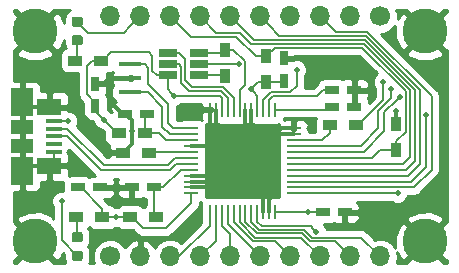
<source format=gtl>
G04 #@! TF.GenerationSoftware,KiCad,Pcbnew,(5.0.1-3-g963ef8bb5)*
G04 #@! TF.CreationDate,2018-11-23T17:20:43+01:00*
G04 #@! TF.ProjectId,FT232H,4654323332482E6B696361645F706362,rev?*
G04 #@! TF.SameCoordinates,Original*
G04 #@! TF.FileFunction,Copper,L1,Top,Signal*
G04 #@! TF.FilePolarity,Positive*
%FSLAX46Y46*%
G04 Gerber Fmt 4.6, Leading zero omitted, Abs format (unit mm)*
G04 Created by KiCad (PCBNEW (5.0.1-3-g963ef8bb5)) date Friday, 23 November 2018 at 17:20:43*
%MOMM*%
%LPD*%
G01*
G04 APERTURE LIST*
G04 #@! TA.AperFunction,ComponentPad*
%ADD10C,3.800000*%
G04 #@! TD*
G04 #@! TA.AperFunction,ComponentPad*
%ADD11C,1.700000*%
G04 #@! TD*
G04 #@! TA.AperFunction,ComponentPad*
%ADD12O,1.700000X1.700000*%
G04 #@! TD*
G04 #@! TA.AperFunction,SMDPad,CuDef*
%ADD13R,1.900000X0.400000*%
G04 #@! TD*
G04 #@! TA.AperFunction,SMDPad,CuDef*
%ADD14R,1.380000X0.450000*%
G04 #@! TD*
G04 #@! TA.AperFunction,SMDPad,CuDef*
%ADD15R,2.100000X1.475000*%
G04 #@! TD*
G04 #@! TA.AperFunction,SMDPad,CuDef*
%ADD16R,1.900000X2.375000*%
G04 #@! TD*
G04 #@! TA.AperFunction,SMDPad,CuDef*
%ADD17R,1.900000X1.175000*%
G04 #@! TD*
G04 #@! TA.AperFunction,Conductor*
%ADD18C,0.100000*%
G04 #@! TD*
G04 #@! TA.AperFunction,SMDPad,CuDef*
%ADD19C,0.875000*%
G04 #@! TD*
G04 #@! TA.AperFunction,SMDPad,CuDef*
%ADD20R,0.750000X1.200000*%
G04 #@! TD*
G04 #@! TA.AperFunction,SMDPad,CuDef*
%ADD21R,1.200000X0.750000*%
G04 #@! TD*
G04 #@! TA.AperFunction,SMDPad,CuDef*
%ADD22R,1.200000X0.900000*%
G04 #@! TD*
G04 #@! TA.AperFunction,SMDPad,CuDef*
%ADD23R,0.900000X1.200000*%
G04 #@! TD*
G04 #@! TA.AperFunction,SMDPad,CuDef*
%ADD24R,1.560000X0.650000*%
G04 #@! TD*
G04 #@! TA.AperFunction,SMDPad,CuDef*
%ADD25R,0.250000X1.300000*%
G04 #@! TD*
G04 #@! TA.AperFunction,SMDPad,CuDef*
%ADD26R,1.300000X0.250000*%
G04 #@! TD*
G04 #@! TA.AperFunction,ViaPad*
%ADD27C,0.508000*%
G04 #@! TD*
G04 #@! TA.AperFunction,Conductor*
%ADD28C,0.152400*%
G04 #@! TD*
G04 #@! TA.AperFunction,Conductor*
%ADD29C,0.304800*%
G04 #@! TD*
G04 #@! TA.AperFunction,Conductor*
%ADD30C,0.254000*%
G04 #@! TD*
G04 APERTURE END LIST*
D10*
G04 #@! TO.P,REF\002A\002A,1*
G04 #@! TO.N,GND*
X154940000Y-83820000D03*
G04 #@! TD*
G04 #@! TO.P,REF\002A\002A,1*
G04 #@! TO.N,GND*
X154940000Y-66040000D03*
G04 #@! TD*
G04 #@! TO.P,REF\002A\002A,1*
G04 #@! TO.N,GND*
X187960000Y-83820000D03*
G04 #@! TD*
G04 #@! TO.P,REF\002A\002A,1*
G04 #@! TO.N,GND*
X187960000Y-66040000D03*
G04 #@! TD*
D11*
G04 #@! TO.P,J2,1*
G04 #@! TO.N,+5V*
X161290000Y-85090000D03*
D12*
G04 #@! TO.P,J2,2*
G04 #@! TO.N,GND*
X163830000Y-85090000D03*
G04 #@! TO.P,J2,3*
G04 #@! TO.N,Net-(J2-Pad3)*
X166370000Y-85090000D03*
G04 #@! TO.P,J2,4*
G04 #@! TO.N,Net-(J2-Pad4)*
X168910000Y-85090000D03*
G04 #@! TO.P,J2,5*
G04 #@! TO.N,Net-(J2-Pad5)*
X171450000Y-85090000D03*
G04 #@! TO.P,J2,6*
G04 #@! TO.N,Net-(J2-Pad6)*
X173990000Y-85090000D03*
G04 #@! TO.P,J2,7*
G04 #@! TO.N,Net-(J2-Pad7)*
X176530000Y-85090000D03*
G04 #@! TO.P,J2,8*
G04 #@! TO.N,Net-(J2-Pad8)*
X179070000Y-85090000D03*
G04 #@! TO.P,J2,9*
G04 #@! TO.N,Net-(J2-Pad9)*
X181610000Y-85090000D03*
G04 #@! TO.P,J2,10*
G04 #@! TO.N,Net-(J2-Pad10)*
X184150000Y-85090000D03*
G04 #@! TD*
D13*
G04 #@! TO.P,Y1,1*
G04 #@! TO.N,Net-(U2-Pad1)*
X163000000Y-68800000D03*
G04 #@! TO.P,Y1,2*
G04 #@! TO.N,GND*
X163000000Y-70000000D03*
G04 #@! TO.P,Y1,3*
G04 #@! TO.N,Net-(U2-Pad2)*
X163000000Y-71200000D03*
G04 #@! TD*
D14*
G04 #@! TO.P,J1,1*
G04 #@! TO.N,+5V*
X156501600Y-73630000D03*
G04 #@! TO.P,J1,2*
G04 #@! TO.N,Net-(J1-Pad2)*
X156501600Y-74280000D03*
G04 #@! TO.P,J1,3*
G04 #@! TO.N,Net-(J1-Pad3)*
X156501600Y-74930000D03*
G04 #@! TO.P,J1,4*
G04 #@! TO.N,Net-(J1-Pad4)*
X156501600Y-75580000D03*
G04 #@! TO.P,J1,5*
G04 #@! TO.N,GND*
X156501600Y-76230000D03*
D15*
G04 #@! TO.P,J1,6*
X156141600Y-72467500D03*
X156141600Y-77392500D03*
D16*
X153841600Y-72020000D03*
X153841600Y-77840000D03*
D17*
X153841600Y-74090000D03*
X153841600Y-75770000D03*
G04 #@! TD*
D18*
G04 #@! TO.N,Net-(D2-Pad2)*
G04 #@! TO.C,D2*
G36*
X158777691Y-66351053D02*
X158798926Y-66354203D01*
X158819750Y-66359419D01*
X158839962Y-66366651D01*
X158859368Y-66375830D01*
X158877781Y-66386866D01*
X158895024Y-66399654D01*
X158910930Y-66414070D01*
X158925346Y-66429976D01*
X158938134Y-66447219D01*
X158949170Y-66465632D01*
X158958349Y-66485038D01*
X158965581Y-66505250D01*
X158970797Y-66526074D01*
X158973947Y-66547309D01*
X158975000Y-66568750D01*
X158975000Y-67006250D01*
X158973947Y-67027691D01*
X158970797Y-67048926D01*
X158965581Y-67069750D01*
X158958349Y-67089962D01*
X158949170Y-67109368D01*
X158938134Y-67127781D01*
X158925346Y-67145024D01*
X158910930Y-67160930D01*
X158895024Y-67175346D01*
X158877781Y-67188134D01*
X158859368Y-67199170D01*
X158839962Y-67208349D01*
X158819750Y-67215581D01*
X158798926Y-67220797D01*
X158777691Y-67223947D01*
X158756250Y-67225000D01*
X158243750Y-67225000D01*
X158222309Y-67223947D01*
X158201074Y-67220797D01*
X158180250Y-67215581D01*
X158160038Y-67208349D01*
X158140632Y-67199170D01*
X158122219Y-67188134D01*
X158104976Y-67175346D01*
X158089070Y-67160930D01*
X158074654Y-67145024D01*
X158061866Y-67127781D01*
X158050830Y-67109368D01*
X158041651Y-67089962D01*
X158034419Y-67069750D01*
X158029203Y-67048926D01*
X158026053Y-67027691D01*
X158025000Y-67006250D01*
X158025000Y-66568750D01*
X158026053Y-66547309D01*
X158029203Y-66526074D01*
X158034419Y-66505250D01*
X158041651Y-66485038D01*
X158050830Y-66465632D01*
X158061866Y-66447219D01*
X158074654Y-66429976D01*
X158089070Y-66414070D01*
X158104976Y-66399654D01*
X158122219Y-66386866D01*
X158140632Y-66375830D01*
X158160038Y-66366651D01*
X158180250Y-66359419D01*
X158201074Y-66354203D01*
X158222309Y-66351053D01*
X158243750Y-66350000D01*
X158756250Y-66350000D01*
X158777691Y-66351053D01*
X158777691Y-66351053D01*
G37*
D19*
G04 #@! TD*
G04 #@! TO.P,D2,2*
G04 #@! TO.N,Net-(D2-Pad2)*
X158500000Y-66787500D03*
D18*
G04 #@! TO.N,Net-(D2-Pad1)*
G04 #@! TO.C,D2*
G36*
X158777691Y-64776053D02*
X158798926Y-64779203D01*
X158819750Y-64784419D01*
X158839962Y-64791651D01*
X158859368Y-64800830D01*
X158877781Y-64811866D01*
X158895024Y-64824654D01*
X158910930Y-64839070D01*
X158925346Y-64854976D01*
X158938134Y-64872219D01*
X158949170Y-64890632D01*
X158958349Y-64910038D01*
X158965581Y-64930250D01*
X158970797Y-64951074D01*
X158973947Y-64972309D01*
X158975000Y-64993750D01*
X158975000Y-65431250D01*
X158973947Y-65452691D01*
X158970797Y-65473926D01*
X158965581Y-65494750D01*
X158958349Y-65514962D01*
X158949170Y-65534368D01*
X158938134Y-65552781D01*
X158925346Y-65570024D01*
X158910930Y-65585930D01*
X158895024Y-65600346D01*
X158877781Y-65613134D01*
X158859368Y-65624170D01*
X158839962Y-65633349D01*
X158819750Y-65640581D01*
X158798926Y-65645797D01*
X158777691Y-65648947D01*
X158756250Y-65650000D01*
X158243750Y-65650000D01*
X158222309Y-65648947D01*
X158201074Y-65645797D01*
X158180250Y-65640581D01*
X158160038Y-65633349D01*
X158140632Y-65624170D01*
X158122219Y-65613134D01*
X158104976Y-65600346D01*
X158089070Y-65585930D01*
X158074654Y-65570024D01*
X158061866Y-65552781D01*
X158050830Y-65534368D01*
X158041651Y-65514962D01*
X158034419Y-65494750D01*
X158029203Y-65473926D01*
X158026053Y-65452691D01*
X158025000Y-65431250D01*
X158025000Y-64993750D01*
X158026053Y-64972309D01*
X158029203Y-64951074D01*
X158034419Y-64930250D01*
X158041651Y-64910038D01*
X158050830Y-64890632D01*
X158061866Y-64872219D01*
X158074654Y-64854976D01*
X158089070Y-64839070D01*
X158104976Y-64824654D01*
X158122219Y-64811866D01*
X158140632Y-64800830D01*
X158160038Y-64791651D01*
X158180250Y-64784419D01*
X158201074Y-64779203D01*
X158222309Y-64776053D01*
X158243750Y-64775000D01*
X158756250Y-64775000D01*
X158777691Y-64776053D01*
X158777691Y-64776053D01*
G37*
D19*
G04 #@! TD*
G04 #@! TO.P,D2,1*
G04 #@! TO.N,Net-(D2-Pad1)*
X158500000Y-65212500D03*
D18*
G04 #@! TO.N,Net-(D1-Pad1)*
G04 #@! TO.C,D1*
G36*
X158777691Y-84588553D02*
X158798926Y-84591703D01*
X158819750Y-84596919D01*
X158839962Y-84604151D01*
X158859368Y-84613330D01*
X158877781Y-84624366D01*
X158895024Y-84637154D01*
X158910930Y-84651570D01*
X158925346Y-84667476D01*
X158938134Y-84684719D01*
X158949170Y-84703132D01*
X158958349Y-84722538D01*
X158965581Y-84742750D01*
X158970797Y-84763574D01*
X158973947Y-84784809D01*
X158975000Y-84806250D01*
X158975000Y-85243750D01*
X158973947Y-85265191D01*
X158970797Y-85286426D01*
X158965581Y-85307250D01*
X158958349Y-85327462D01*
X158949170Y-85346868D01*
X158938134Y-85365281D01*
X158925346Y-85382524D01*
X158910930Y-85398430D01*
X158895024Y-85412846D01*
X158877781Y-85425634D01*
X158859368Y-85436670D01*
X158839962Y-85445849D01*
X158819750Y-85453081D01*
X158798926Y-85458297D01*
X158777691Y-85461447D01*
X158756250Y-85462500D01*
X158243750Y-85462500D01*
X158222309Y-85461447D01*
X158201074Y-85458297D01*
X158180250Y-85453081D01*
X158160038Y-85445849D01*
X158140632Y-85436670D01*
X158122219Y-85425634D01*
X158104976Y-85412846D01*
X158089070Y-85398430D01*
X158074654Y-85382524D01*
X158061866Y-85365281D01*
X158050830Y-85346868D01*
X158041651Y-85327462D01*
X158034419Y-85307250D01*
X158029203Y-85286426D01*
X158026053Y-85265191D01*
X158025000Y-85243750D01*
X158025000Y-84806250D01*
X158026053Y-84784809D01*
X158029203Y-84763574D01*
X158034419Y-84742750D01*
X158041651Y-84722538D01*
X158050830Y-84703132D01*
X158061866Y-84684719D01*
X158074654Y-84667476D01*
X158089070Y-84651570D01*
X158104976Y-84637154D01*
X158122219Y-84624366D01*
X158140632Y-84613330D01*
X158160038Y-84604151D01*
X158180250Y-84596919D01*
X158201074Y-84591703D01*
X158222309Y-84588553D01*
X158243750Y-84587500D01*
X158756250Y-84587500D01*
X158777691Y-84588553D01*
X158777691Y-84588553D01*
G37*
D19*
G04 #@! TD*
G04 #@! TO.P,D1,1*
G04 #@! TO.N,Net-(D1-Pad1)*
X158500000Y-85025000D03*
D18*
G04 #@! TO.N,Net-(D1-Pad2)*
G04 #@! TO.C,D1*
G36*
X158777691Y-83013553D02*
X158798926Y-83016703D01*
X158819750Y-83021919D01*
X158839962Y-83029151D01*
X158859368Y-83038330D01*
X158877781Y-83049366D01*
X158895024Y-83062154D01*
X158910930Y-83076570D01*
X158925346Y-83092476D01*
X158938134Y-83109719D01*
X158949170Y-83128132D01*
X158958349Y-83147538D01*
X158965581Y-83167750D01*
X158970797Y-83188574D01*
X158973947Y-83209809D01*
X158975000Y-83231250D01*
X158975000Y-83668750D01*
X158973947Y-83690191D01*
X158970797Y-83711426D01*
X158965581Y-83732250D01*
X158958349Y-83752462D01*
X158949170Y-83771868D01*
X158938134Y-83790281D01*
X158925346Y-83807524D01*
X158910930Y-83823430D01*
X158895024Y-83837846D01*
X158877781Y-83850634D01*
X158859368Y-83861670D01*
X158839962Y-83870849D01*
X158819750Y-83878081D01*
X158798926Y-83883297D01*
X158777691Y-83886447D01*
X158756250Y-83887500D01*
X158243750Y-83887500D01*
X158222309Y-83886447D01*
X158201074Y-83883297D01*
X158180250Y-83878081D01*
X158160038Y-83870849D01*
X158140632Y-83861670D01*
X158122219Y-83850634D01*
X158104976Y-83837846D01*
X158089070Y-83823430D01*
X158074654Y-83807524D01*
X158061866Y-83790281D01*
X158050830Y-83771868D01*
X158041651Y-83752462D01*
X158034419Y-83732250D01*
X158029203Y-83711426D01*
X158026053Y-83690191D01*
X158025000Y-83668750D01*
X158025000Y-83231250D01*
X158026053Y-83209809D01*
X158029203Y-83188574D01*
X158034419Y-83167750D01*
X158041651Y-83147538D01*
X158050830Y-83128132D01*
X158061866Y-83109719D01*
X158074654Y-83092476D01*
X158089070Y-83076570D01*
X158104976Y-83062154D01*
X158122219Y-83049366D01*
X158140632Y-83038330D01*
X158160038Y-83029151D01*
X158180250Y-83021919D01*
X158201074Y-83016703D01*
X158222309Y-83013553D01*
X158243750Y-83012500D01*
X158756250Y-83012500D01*
X158777691Y-83013553D01*
X158777691Y-83013553D01*
G37*
D19*
G04 #@! TD*
G04 #@! TO.P,D1,2*
G04 #@! TO.N,Net-(D1-Pad2)*
X158500000Y-83450000D03*
D12*
G04 #@! TO.P,J3,10*
G04 #@! TO.N,Net-(D1-Pad1)*
X161290000Y-64770000D03*
G04 #@! TO.P,J3,9*
G04 #@! TO.N,Net-(D2-Pad1)*
X163830000Y-64770000D03*
G04 #@! TO.P,J3,8*
G04 #@! TO.N,Net-(J3-Pad8)*
X166370000Y-64770000D03*
G04 #@! TO.P,J3,7*
G04 #@! TO.N,Net-(J3-Pad7)*
X168910000Y-64770000D03*
G04 #@! TO.P,J3,6*
G04 #@! TO.N,Net-(J3-Pad6)*
X171450000Y-64770000D03*
G04 #@! TO.P,J3,5*
G04 #@! TO.N,Net-(J3-Pad5)*
X173990000Y-64770000D03*
G04 #@! TO.P,J3,4*
G04 #@! TO.N,Net-(J3-Pad4)*
X176530000Y-64770000D03*
G04 #@! TO.P,J3,3*
G04 #@! TO.N,Net-(J3-Pad3)*
X179070000Y-64770000D03*
G04 #@! TO.P,J3,2*
G04 #@! TO.N,Net-(J3-Pad2)*
X181610000Y-64770000D03*
D11*
G04 #@! TO.P,J3,1*
G04 #@! TO.N,Net-(J3-Pad1)*
X184150000Y-64770000D03*
G04 #@! TD*
D20*
G04 #@! TO.P,C1,1*
G04 #@! TO.N,+5V*
X176025000Y-70200000D03*
G04 #@! TO.P,C1,2*
G04 #@! TO.N,GND*
X176025000Y-68300000D03*
G04 #@! TD*
D21*
G04 #@! TO.P,C2,1*
G04 #@! TO.N,Net-(C2-Pad1)*
X180050000Y-72400000D03*
G04 #@! TO.P,C2,2*
G04 #@! TO.N,GND*
X181950000Y-72400000D03*
G04 #@! TD*
G04 #@! TO.P,C3,1*
G04 #@! TO.N,Net-(C3-Pad1)*
X164450000Y-73000000D03*
G04 #@! TO.P,C3,2*
G04 #@! TO.N,GND*
X162550000Y-73000000D03*
G04 #@! TD*
G04 #@! TO.P,C4,2*
G04 #@! TO.N,GND*
X163134000Y-79248000D03*
G04 #@! TO.P,C4,1*
G04 #@! TO.N,Net-(C4-Pad1)*
X165034000Y-79248000D03*
G04 #@! TD*
G04 #@! TO.P,C5,2*
G04 #@! TO.N,GND*
X160462000Y-79248000D03*
G04 #@! TO.P,C5,1*
G04 #@! TO.N,+3V3*
X158562000Y-79248000D03*
G04 #@! TD*
G04 #@! TO.P,C6,1*
G04 #@! TO.N,+3V3*
X179275000Y-81350000D03*
G04 #@! TO.P,C6,2*
G04 #@! TO.N,GND*
X181175000Y-81350000D03*
G04 #@! TD*
D20*
G04 #@! TO.P,C7,2*
G04 #@! TO.N,GND*
X160050000Y-70450000D03*
G04 #@! TO.P,C7,1*
G04 #@! TO.N,+3V3*
X160050000Y-72350000D03*
G04 #@! TD*
D21*
G04 #@! TO.P,C8,2*
G04 #@! TO.N,GND*
X181950000Y-71000000D03*
G04 #@! TO.P,C8,1*
G04 #@! TO.N,+1V8*
X180050000Y-71000000D03*
G04 #@! TD*
D22*
G04 #@! TO.P,L1,1*
G04 #@! TO.N,Net-(C3-Pad1)*
X164200000Y-74600000D03*
G04 #@! TO.P,L1,2*
G04 #@! TO.N,+3V3*
X162000000Y-74600000D03*
G04 #@! TD*
G04 #@! TO.P,L2,2*
G04 #@! TO.N,Net-(C4-Pad1)*
X165184000Y-81788000D03*
G04 #@! TO.P,L2,1*
G04 #@! TO.N,+3V3*
X162984000Y-81788000D03*
G04 #@! TD*
G04 #@! TO.P,R1,2*
G04 #@! TO.N,+3V3*
X182100000Y-74000000D03*
G04 #@! TO.P,R1,1*
G04 #@! TO.N,Net-(R1-Pad1)*
X179900000Y-74000000D03*
G04 #@! TD*
G04 #@! TO.P,R2,1*
G04 #@! TO.N,Net-(R2-Pad1)*
X164600000Y-76300000D03*
G04 #@! TO.P,R2,2*
G04 #@! TO.N,GND*
X162400000Y-76300000D03*
G04 #@! TD*
G04 #@! TO.P,R3,2*
G04 #@! TO.N,Net-(D1-Pad2)*
X158412000Y-81788000D03*
G04 #@! TO.P,R3,1*
G04 #@! TO.N,+3V3*
X160612000Y-81788000D03*
G04 #@! TD*
G04 #@! TO.P,R4,1*
G04 #@! TO.N,+3V3*
X160500000Y-68500000D03*
G04 #@! TO.P,R4,2*
G04 #@! TO.N,Net-(D2-Pad2)*
X158300000Y-68500000D03*
G04 #@! TD*
D23*
G04 #@! TO.P,R5,2*
G04 #@! TO.N,Net-(R5-Pad2)*
X171000000Y-69800000D03*
G04 #@! TO.P,R5,1*
G04 #@! TO.N,Net-(R5-Pad1)*
X171000000Y-67600000D03*
G04 #@! TD*
G04 #@! TO.P,R6,2*
G04 #@! TO.N,+5V*
X174500000Y-70350000D03*
G04 #@! TO.P,R6,1*
G04 #@! TO.N,Net-(J3-Pad8)*
X174500000Y-68150000D03*
G04 #@! TD*
G04 #@! TO.P,R7,1*
G04 #@! TO.N,GND*
X185500000Y-73900000D03*
G04 #@! TO.P,R7,2*
G04 #@! TO.N,Net-(J3-Pad8)*
X185500000Y-76100000D03*
G04 #@! TD*
D24*
G04 #@! TO.P,U1,5*
G04 #@! TO.N,Net-(U1-Pad5)*
X166150000Y-68800000D03*
G04 #@! TO.P,U1,6*
G04 #@! TO.N,+3V3*
X166150000Y-69750000D03*
G04 #@! TO.P,U1,4*
G04 #@! TO.N,Net-(U1-Pad4)*
X166150000Y-67850000D03*
G04 #@! TO.P,U1,3*
G04 #@! TO.N,Net-(R5-Pad1)*
X168850000Y-67850000D03*
G04 #@! TO.P,U1,2*
G04 #@! TO.N,GND*
X168850000Y-68800000D03*
G04 #@! TO.P,U1,1*
G04 #@! TO.N,Net-(R5-Pad2)*
X168850000Y-69750000D03*
G04 #@! TD*
D25*
G04 #@! TO.P,U2,48*
G04 #@! TO.N,GND*
X169750000Y-72650000D03*
G04 #@! TO.P,U2,47*
X170250000Y-72650000D03*
G04 #@! TO.P,U2,46*
G04 #@! TO.N,+3V3*
X170750000Y-72650000D03*
G04 #@! TO.P,U2,45*
G04 #@! TO.N,Net-(U1-Pad5)*
X171250000Y-72650000D03*
G04 #@! TO.P,U2,44*
G04 #@! TO.N,Net-(U1-Pad4)*
X171750000Y-72650000D03*
G04 #@! TO.P,U2,43*
G04 #@! TO.N,Net-(R5-Pad1)*
X172250000Y-72650000D03*
G04 #@! TO.P,U2,42*
G04 #@! TO.N,GND*
X172750000Y-72650000D03*
G04 #@! TO.P,U2,41*
X173250000Y-72650000D03*
G04 #@! TO.P,U2,40*
G04 #@! TO.N,+5V*
X173750000Y-72650000D03*
G04 #@! TO.P,U2,39*
G04 #@! TO.N,+3V3*
X174250000Y-72650000D03*
G04 #@! TO.P,U2,38*
G04 #@! TO.N,+1V8*
X174750000Y-72650000D03*
G04 #@! TO.P,U2,37*
G04 #@! TO.N,Net-(C2-Pad1)*
X175250000Y-72650000D03*
D26*
G04 #@! TO.P,U2,36*
G04 #@! TO.N,GND*
X176850000Y-74250000D03*
G04 #@! TO.P,U2,35*
X176850000Y-74750000D03*
G04 #@! TO.P,U2,34*
G04 #@! TO.N,Net-(R1-Pad1)*
X176850000Y-75250000D03*
G04 #@! TO.P,U2,33*
G04 #@! TO.N,Net-(D1-Pad1)*
X176850000Y-75750000D03*
G04 #@! TO.P,U2,32*
G04 #@! TO.N,Net-(D2-Pad1)*
X176850000Y-76250000D03*
G04 #@! TO.P,U2,31*
G04 #@! TO.N,Net-(J3-Pad8)*
X176850000Y-76750000D03*
G04 #@! TO.P,U2,30*
G04 #@! TO.N,Net-(J3-Pad7)*
X176850000Y-77250000D03*
G04 #@! TO.P,U2,29*
G04 #@! TO.N,Net-(J3-Pad6)*
X176850000Y-77750000D03*
G04 #@! TO.P,U2,28*
G04 #@! TO.N,Net-(J3-Pad5)*
X176850000Y-78250000D03*
G04 #@! TO.P,U2,27*
G04 #@! TO.N,Net-(J3-Pad4)*
X176850000Y-78750000D03*
G04 #@! TO.P,U2,26*
G04 #@! TO.N,Net-(J3-Pad3)*
X176850000Y-79250000D03*
G04 #@! TO.P,U2,25*
G04 #@! TO.N,Net-(J3-Pad2)*
X176850000Y-79750000D03*
D25*
G04 #@! TO.P,U2,24*
G04 #@! TO.N,+3V3*
X175250000Y-81350000D03*
G04 #@! TO.P,U2,23*
G04 #@! TO.N,GND*
X174750000Y-81350000D03*
G04 #@! TO.P,U2,22*
X174250000Y-81350000D03*
G04 #@! TO.P,U2,21*
G04 #@! TO.N,Net-(J3-Pad1)*
X173750000Y-81350000D03*
G04 #@! TO.P,U2,20*
G04 #@! TO.N,Net-(J2-Pad10)*
X173250000Y-81350000D03*
G04 #@! TO.P,U2,19*
G04 #@! TO.N,Net-(J2-Pad9)*
X172750000Y-81350000D03*
G04 #@! TO.P,U2,18*
G04 #@! TO.N,Net-(J2-Pad8)*
X172250000Y-81350000D03*
G04 #@! TO.P,U2,17*
G04 #@! TO.N,Net-(J2-Pad7)*
X171750000Y-81350000D03*
G04 #@! TO.P,U2,16*
G04 #@! TO.N,Net-(J2-Pad6)*
X171250000Y-81350000D03*
G04 #@! TO.P,U2,15*
G04 #@! TO.N,Net-(J2-Pad5)*
X170750000Y-81350000D03*
G04 #@! TO.P,U2,14*
G04 #@! TO.N,Net-(J2-Pad4)*
X170250000Y-81350000D03*
G04 #@! TO.P,U2,13*
G04 #@! TO.N,Net-(J2-Pad3)*
X169750000Y-81350000D03*
D26*
G04 #@! TO.P,U2,12*
G04 #@! TO.N,+3V3*
X168150000Y-79750000D03*
G04 #@! TO.P,U2,11*
G04 #@! TO.N,GND*
X168150000Y-79250000D03*
G04 #@! TO.P,U2,10*
X168150000Y-78750000D03*
G04 #@! TO.P,U2,9*
X168150000Y-78250000D03*
G04 #@! TO.P,U2,8*
G04 #@! TO.N,Net-(C4-Pad1)*
X168150000Y-77750000D03*
G04 #@! TO.P,U2,7*
G04 #@! TO.N,Net-(J1-Pad3)*
X168150000Y-77250000D03*
G04 #@! TO.P,U2,6*
G04 #@! TO.N,Net-(J1-Pad2)*
X168150000Y-76750000D03*
G04 #@! TO.P,U2,5*
G04 #@! TO.N,Net-(R2-Pad1)*
X168150000Y-76250000D03*
G04 #@! TO.P,U2,4*
G04 #@! TO.N,GND*
X168150000Y-75750000D03*
G04 #@! TO.P,U2,3*
G04 #@! TO.N,Net-(C3-Pad1)*
X168150000Y-75250000D03*
G04 #@! TO.P,U2,2*
G04 #@! TO.N,Net-(U2-Pad2)*
X168150000Y-74750000D03*
G04 #@! TO.P,U2,1*
G04 #@! TO.N,Net-(U2-Pad1)*
X168150000Y-74250000D03*
G04 #@! TD*
D27*
G04 #@! TO.N,GND*
X172500000Y-77000000D03*
G04 #@! TO.N,+5V*
X157700004Y-73630000D03*
X173200000Y-70950004D03*
G04 #@! TO.N,GND*
X161200000Y-70000000D03*
X172200048Y-68800000D03*
X185500000Y-72750000D03*
X184075000Y-81325000D03*
X156141600Y-72467500D03*
X156141600Y-77392500D03*
X156200000Y-79000000D03*
X156200000Y-70800000D03*
X183200000Y-71000000D03*
X163100000Y-74500000D03*
X161798009Y-79247991D03*
X174500000Y-75000000D03*
X174500000Y-79000000D03*
X170500000Y-75000000D03*
X170500000Y-79000000D03*
G04 #@! TO.N,+3V3*
X177075000Y-69300000D03*
X161798000Y-81788000D03*
X178050000Y-81350000D03*
X160750000Y-73500000D03*
X184399996Y-70300000D03*
X166700000Y-71500004D03*
G04 #@! TO.N,Net-(D1-Pad1)*
X157200000Y-80400000D03*
X185100000Y-70899988D03*
G04 #@! TO.N,Net-(D2-Pad1)*
X185800000Y-71600000D03*
G04 #@! TO.N,Net-(J3-Pad4)*
X188012579Y-73100006D03*
G04 #@! TO.N,Net-(J3-Pad2)*
X185625000Y-79750000D03*
G04 #@! TO.N,Net-(J3-Pad1)*
X178750000Y-83000000D03*
G04 #@! TD*
D28*
G04 #@! TO.N,+5V*
X175875000Y-70350000D02*
X176025000Y-70200000D01*
X174500000Y-70350000D02*
X175875000Y-70350000D01*
X156501600Y-73630000D02*
X157700004Y-73630000D01*
X173750000Y-72650000D02*
X173750000Y-71500004D01*
X174500000Y-70350000D02*
X173800004Y-70350000D01*
X173800004Y-70350000D02*
X173453999Y-70696005D01*
X173453999Y-71204003D02*
X173200000Y-70950004D01*
X173750000Y-71500004D02*
X173453999Y-71204003D01*
X173453999Y-70696005D02*
X173200000Y-70950004D01*
G04 #@! TO.N,GND*
X168850000Y-68800000D02*
X172200048Y-68800000D01*
X185500000Y-73900000D02*
X185500000Y-73750000D01*
X184050000Y-81350000D02*
X184075000Y-81325000D01*
X181175000Y-81350000D02*
X184050000Y-81350000D01*
X156501600Y-77032500D02*
X156141600Y-77392500D01*
X156501600Y-76230000D02*
X156501600Y-77032500D01*
X154491700Y-77840000D02*
X153841600Y-77840000D01*
X154491700Y-72020000D02*
X153841600Y-72020000D01*
X156141600Y-72467500D02*
X156141600Y-72467500D01*
X156141600Y-77392500D02*
X156141600Y-77392500D01*
D29*
X154289100Y-72467500D02*
X153841600Y-72020000D01*
X156141600Y-72467500D02*
X154289100Y-72467500D01*
X154289100Y-77392500D02*
X153841600Y-77840000D01*
X156141600Y-77392500D02*
X154289100Y-77392500D01*
X172750000Y-76750000D02*
X172500000Y-77000000D01*
X172750000Y-72650000D02*
X172750000Y-76750000D01*
X173250000Y-76250000D02*
X172500000Y-77000000D01*
X173250000Y-72650000D02*
X173250000Y-76250000D01*
X175250000Y-74250000D02*
X174750000Y-74750000D01*
X176850000Y-74250000D02*
X175250000Y-74250000D01*
X174750000Y-74750000D02*
X172500000Y-77000000D01*
X176850000Y-74750000D02*
X174750000Y-74750000D01*
X170250000Y-74750000D02*
X170250000Y-74750000D01*
X170250000Y-72650000D02*
X170250000Y-74750000D01*
X169750000Y-74250000D02*
X172500000Y-77000000D01*
X169750000Y-72650000D02*
X169750000Y-74250000D01*
X171250000Y-75750000D02*
X172500000Y-77000000D01*
X168150000Y-75750000D02*
X171250000Y-75750000D01*
X171250000Y-78250000D02*
X172500000Y-77000000D01*
X168150000Y-78250000D02*
X171250000Y-78250000D01*
X170750000Y-78750000D02*
X172500000Y-77000000D01*
X168150000Y-78750000D02*
X170750000Y-78750000D01*
X168150000Y-79250000D02*
X170250000Y-79250000D01*
X174250000Y-78750000D02*
X172500000Y-77000000D01*
X174250000Y-81350000D02*
X174250000Y-78750000D01*
X174750000Y-79250000D02*
X174750000Y-79250000D01*
X174750000Y-81350000D02*
X174750000Y-79250000D01*
X185500000Y-72750000D02*
X185500000Y-73900000D01*
X181950000Y-71000000D02*
X181950000Y-72400000D01*
X183200000Y-71000000D02*
X181950000Y-71000000D01*
X163000000Y-70000000D02*
X161200000Y-70000000D01*
X160750000Y-70450000D02*
X161200000Y-70000000D01*
X160050000Y-70450000D02*
X160750000Y-70450000D01*
X161200000Y-70359210D02*
X161200000Y-70000000D01*
X161200000Y-71875000D02*
X161200000Y-70359210D01*
X162325000Y-73000000D02*
X161200000Y-71875000D01*
X162550000Y-73000000D02*
X162325000Y-73000000D01*
X163100000Y-75600000D02*
X162400000Y-76300000D01*
X163100000Y-73550000D02*
X163100000Y-74500000D01*
X162550000Y-73000000D02*
X163100000Y-73550000D01*
X163100000Y-74500000D02*
X163100000Y-75600000D01*
X163134000Y-79248000D02*
X161798018Y-79248000D01*
X161798018Y-79248000D02*
X161798009Y-79247991D01*
X160462000Y-79248000D02*
X161798000Y-79248000D01*
X161798000Y-79248000D02*
X161798009Y-79247991D01*
X174750000Y-74750000D02*
X172500000Y-77000000D01*
X174750000Y-79250000D02*
X172500000Y-77000000D01*
X170250000Y-74750000D02*
X172500000Y-77000000D01*
X170250000Y-79250000D02*
X172500000Y-77000000D01*
D28*
G04 #@! TO.N,Net-(C2-Pad1)*
X179800000Y-72650000D02*
X180050000Y-72400000D01*
X175250000Y-72650000D02*
X179800000Y-72650000D01*
G04 #@! TO.N,Net-(C3-Pad1)*
X164200000Y-73250000D02*
X164450000Y-73000000D01*
X164200000Y-74600000D02*
X164200000Y-73250000D01*
X167347600Y-75250000D02*
X168150000Y-75250000D01*
X166050000Y-75250000D02*
X167347600Y-75250000D01*
X165400000Y-74600000D02*
X166050000Y-75250000D01*
X164200000Y-74600000D02*
X165400000Y-74600000D01*
G04 #@! TO.N,Net-(C4-Pad1)*
X165034000Y-81638000D02*
X165184000Y-81788000D01*
X165034000Y-79248000D02*
X165034000Y-81638000D01*
X167300000Y-77750000D02*
X168150000Y-77750000D01*
X165802000Y-79248000D02*
X167300000Y-77750000D01*
X165034000Y-79248000D02*
X165802000Y-79248000D01*
G04 #@! TO.N,+3V3*
X161850000Y-74600000D02*
X162000000Y-74600000D01*
X160050000Y-72800000D02*
X160750000Y-73500000D01*
X160050000Y-72350000D02*
X160050000Y-72800000D01*
X175250000Y-81350000D02*
X178050000Y-81350000D01*
X178050000Y-81350000D02*
X179275000Y-81350000D01*
X160750000Y-73500000D02*
X161850000Y-74600000D01*
X174250000Y-72650000D02*
X174250000Y-71847600D01*
X174902411Y-71195189D02*
X176516293Y-71195189D01*
X176516293Y-71195189D02*
X177075000Y-70636482D01*
X177075000Y-70636482D02*
X177075000Y-69659210D01*
X174250000Y-71847600D02*
X174902411Y-71195189D01*
X177075000Y-69659210D02*
X177075000Y-69300000D01*
X182100000Y-74000000D02*
X182250000Y-74000000D01*
X184399996Y-71850004D02*
X184399996Y-70659210D01*
X182250000Y-74000000D02*
X184399996Y-71850004D01*
X184399996Y-70659210D02*
X184399996Y-70300000D01*
X166446001Y-71246005D02*
X166700000Y-71500004D01*
X166150000Y-70950004D02*
X166446001Y-71246005D01*
X166150000Y-69750000D02*
X166150000Y-70950004D01*
X159300000Y-71375000D02*
X160050000Y-72125000D01*
X159300000Y-68947600D02*
X159300000Y-71375000D01*
X160050000Y-72125000D02*
X160050000Y-72350000D01*
X159747600Y-68500000D02*
X159300000Y-68947600D01*
X160500000Y-68500000D02*
X159747600Y-68500000D01*
X160612000Y-81788000D02*
X161798000Y-81788000D01*
X162984000Y-81788000D02*
X161798000Y-81788000D01*
X168150000Y-80600000D02*
X168150000Y-79750000D01*
X166050000Y-82700000D02*
X168150000Y-80600000D01*
X164046000Y-82700000D02*
X166050000Y-82700000D01*
X163134000Y-81788000D02*
X164046000Y-82700000D01*
X162984000Y-81788000D02*
X163134000Y-81788000D01*
X158562000Y-79248000D02*
X158787000Y-79248000D01*
X158787000Y-79248000D02*
X160612000Y-81073000D01*
X160612000Y-81185600D02*
X160612000Y-81788000D01*
X160612000Y-81073000D02*
X160612000Y-81185600D01*
X167059210Y-71500004D02*
X166700000Y-71500004D01*
X170550004Y-71500004D02*
X167059210Y-71500004D01*
X170750000Y-71700000D02*
X170550004Y-71500004D01*
X170750000Y-72650000D02*
X170750000Y-71700000D01*
X160650000Y-68500000D02*
X160500000Y-68500000D01*
X164550000Y-67800000D02*
X161350000Y-67800000D01*
X166150000Y-69750000D02*
X165217600Y-69750000D01*
X164850000Y-68100000D02*
X164550000Y-67800000D01*
X161350000Y-67800000D02*
X160650000Y-68500000D01*
X164850000Y-69382400D02*
X164850000Y-68100000D01*
X165217600Y-69750000D02*
X164850000Y-69382400D01*
G04 #@! TO.N,+1V8*
X174750000Y-71847600D02*
X174750000Y-72650000D01*
X175097600Y-71500000D02*
X174750000Y-71847600D01*
X178797600Y-71500000D02*
X179297600Y-71000000D01*
X179297600Y-71000000D02*
X180050000Y-71000000D01*
X175097600Y-71500000D02*
X178797600Y-71500000D01*
G04 #@! TO.N,Net-(D1-Pad2)*
X158500000Y-81925000D02*
X158300000Y-81725000D01*
X158500000Y-83450000D02*
X158500000Y-81925000D01*
G04 #@! TO.N,Net-(D1-Pad1)*
X157200000Y-83725000D02*
X157200000Y-80759210D01*
X158500000Y-85025000D02*
X157200000Y-83725000D01*
X157200000Y-80759210D02*
X157200000Y-80400000D01*
X185100000Y-71259198D02*
X185100000Y-70899988D01*
X182500000Y-75750000D02*
X184000000Y-74250000D01*
X185100000Y-71700000D02*
X185100000Y-71259198D01*
X184000000Y-72800000D02*
X185100000Y-71700000D01*
X184000000Y-74250000D02*
X184000000Y-72800000D01*
X176850000Y-75750000D02*
X182500000Y-75750000D01*
G04 #@! TO.N,Net-(D2-Pad1)*
X162450000Y-66150000D02*
X162980001Y-65619999D01*
X162980001Y-65619999D02*
X163830000Y-64770000D01*
X159437500Y-66150000D02*
X162450000Y-66150000D01*
X158500000Y-65212500D02*
X159437500Y-66150000D01*
X185546001Y-71853999D02*
X185800000Y-71600000D01*
X184500000Y-72900000D02*
X185546001Y-71853999D01*
X184500000Y-74500000D02*
X184500000Y-72900000D01*
X182750000Y-76250000D02*
X184500000Y-74500000D01*
X176850000Y-76250000D02*
X182750000Y-76250000D01*
G04 #@! TO.N,Net-(D2-Pad2)*
X158500000Y-68300000D02*
X158300000Y-68500000D01*
X158500000Y-66787500D02*
X158500000Y-68300000D01*
G04 #@! TO.N,Net-(J1-Pad3)*
X166900000Y-77250000D02*
X168150000Y-77250000D01*
X160550000Y-77800000D02*
X166350000Y-77800000D01*
X166350000Y-77800000D02*
X166900000Y-77250000D01*
X157680000Y-74930000D02*
X160550000Y-77800000D01*
X156501600Y-74930000D02*
X157680000Y-74930000D01*
G04 #@! TO.N,Net-(J1-Pad2)*
X166800000Y-76750000D02*
X167347600Y-76750000D01*
X166200000Y-77350000D02*
X166800000Y-76750000D01*
X160750000Y-77350000D02*
X166200000Y-77350000D01*
X167347600Y-76750000D02*
X168150000Y-76750000D01*
X157680000Y-74280000D02*
X160750000Y-77350000D01*
X156501600Y-74280000D02*
X157680000Y-74280000D01*
G04 #@! TO.N,Net-(R1-Pad1)*
X179900000Y-74602400D02*
X179900000Y-74000000D01*
X179252400Y-75250000D02*
X179900000Y-74602400D01*
X176850000Y-75250000D02*
X179252400Y-75250000D01*
G04 #@! TO.N,Net-(R2-Pad1)*
X164550000Y-76250000D02*
X164500000Y-76300000D01*
X164650000Y-76250000D02*
X164600000Y-76300000D01*
X168150000Y-76250000D02*
X164650000Y-76250000D01*
G04 #@! TO.N,Net-(R5-Pad2)*
X170950000Y-69750000D02*
X171000000Y-69800000D01*
X168850000Y-69750000D02*
X170950000Y-69750000D01*
G04 #@! TO.N,Net-(R5-Pad1)*
X170750000Y-67850000D02*
X171000000Y-67600000D01*
X168850000Y-67850000D02*
X170750000Y-67850000D01*
X171714298Y-67600000D02*
X172682649Y-68568351D01*
X172682649Y-68568351D02*
X172682649Y-70603099D01*
X172682649Y-70603099D02*
X172250000Y-71035748D01*
X171000000Y-67600000D02*
X171714298Y-67600000D01*
X172250000Y-71035748D02*
X172250000Y-71847600D01*
X172250000Y-71847600D02*
X172250000Y-72650000D01*
G04 #@! TO.N,Net-(J3-Pad3)*
X177652400Y-79250000D02*
X176850000Y-79250000D01*
X187000000Y-79250000D02*
X177652400Y-79250000D01*
X188500000Y-71525732D02*
X188500000Y-77750000D01*
X183074268Y-66100000D02*
X188500000Y-71525732D01*
X179070000Y-64770000D02*
X180400000Y-66100000D01*
X180400000Y-66100000D02*
X183074268Y-66100000D01*
X188500000Y-77750000D02*
X187000000Y-79250000D01*
G04 #@! TO.N,Net-(U1-Pad5)*
X167300000Y-69017600D02*
X167082400Y-68800000D01*
X167082400Y-68800000D02*
X166150000Y-68800000D01*
X168000000Y-71100000D02*
X167300000Y-70400000D01*
X170700000Y-71100000D02*
X168000000Y-71100000D01*
X171250000Y-72650000D02*
X171250000Y-71650000D01*
X171250000Y-71650000D02*
X170700000Y-71100000D01*
X167300000Y-70400000D02*
X167300000Y-69017600D01*
G04 #@! TO.N,Net-(U1-Pad4)*
X171750000Y-71650000D02*
X171750000Y-72650000D01*
X170850000Y-70750000D02*
X171750000Y-71650000D01*
X168200000Y-70750000D02*
X170850000Y-70750000D01*
X167604811Y-70154811D02*
X168200000Y-70750000D01*
X167604811Y-68372411D02*
X167604811Y-70154811D01*
X167082400Y-67850000D02*
X167604811Y-68372411D01*
X166150000Y-67850000D02*
X167082400Y-67850000D01*
G04 #@! TO.N,Net-(J3-Pad4)*
X188012579Y-73459216D02*
X188012579Y-73100006D01*
X188012579Y-77487421D02*
X188012579Y-73459216D01*
X186750000Y-78750000D02*
X188012579Y-77487421D01*
X176850000Y-78750000D02*
X186750000Y-78750000D01*
G04 #@! TO.N,Net-(J3-Pad5)*
X176850000Y-78250000D02*
X186500000Y-78250000D01*
X186500000Y-78250000D02*
X187504811Y-77245189D01*
X180273744Y-66404811D02*
X180268933Y-66400000D01*
X187504811Y-77245189D02*
X187504811Y-70961610D01*
X175620000Y-66400000D02*
X174839999Y-65619999D01*
X187504811Y-70961610D02*
X182948012Y-66404811D01*
X180268933Y-66400000D02*
X175620000Y-66400000D01*
X182948012Y-66404811D02*
X180273744Y-66404811D01*
X174839999Y-65619999D02*
X173990000Y-64770000D01*
G04 #@! TO.N,Net-(J3-Pad6)*
X177652400Y-77750000D02*
X176850000Y-77750000D01*
X186350000Y-77750000D02*
X177652400Y-77750000D01*
X187100000Y-70987866D02*
X187100000Y-77000000D01*
X182862134Y-66750000D02*
X187100000Y-70987866D01*
X187100000Y-77000000D02*
X186350000Y-77750000D01*
X173430000Y-66750000D02*
X182862134Y-66750000D01*
X171450000Y-64770000D02*
X173430000Y-66750000D01*
G04 #@! TO.N,Net-(J3-Pad7)*
X177652400Y-77250000D02*
X176850000Y-77250000D01*
X186700000Y-71018933D02*
X186700000Y-76650000D01*
X186700000Y-76650000D02*
X186100000Y-77250000D01*
X182781067Y-67100000D02*
X186700000Y-71018933D01*
X172250000Y-66150000D02*
X173200000Y-67100000D01*
X168910000Y-64770000D02*
X170290000Y-66150000D01*
X170290000Y-66150000D02*
X172250000Y-66150000D01*
X186100000Y-77250000D02*
X177652400Y-77250000D01*
X173200000Y-67100000D02*
X182781067Y-67100000D01*
G04 #@! TO.N,Net-(J3-Pad8)*
X176850000Y-76750000D02*
X183500000Y-76750000D01*
X185750000Y-76100000D02*
X185750000Y-75950000D01*
X184150000Y-76100000D02*
X185500000Y-76100000D01*
X183500000Y-76750000D02*
X184150000Y-76100000D01*
X174500000Y-68150000D02*
X175245189Y-67404811D01*
X186300000Y-74547600D02*
X185500000Y-75347600D01*
X175245189Y-67404811D02*
X182654811Y-67404811D01*
X186300000Y-71050000D02*
X186300000Y-74547600D01*
X182654811Y-67404811D02*
X186300000Y-71050000D01*
X185500000Y-75347600D02*
X185500000Y-76100000D01*
X173599996Y-68150000D02*
X173897600Y-68150000D01*
X171949996Y-66500000D02*
X173599996Y-68150000D01*
X168100000Y-66500000D02*
X171949996Y-66500000D01*
X173897600Y-68150000D02*
X174500000Y-68150000D01*
X166370000Y-64770000D02*
X168100000Y-66500000D01*
G04 #@! TO.N,Net-(J2-Pad3)*
X169750000Y-82500000D02*
X169750000Y-81350000D01*
X167160000Y-85090000D02*
X169750000Y-82500000D01*
X166370000Y-85090000D02*
X167160000Y-85090000D01*
G04 #@! TO.N,Net-(J2-Pad4)*
X170250000Y-83750000D02*
X170250000Y-82152400D01*
X170250000Y-82152400D02*
X170250000Y-81350000D01*
X168910000Y-85090000D02*
X170250000Y-83750000D01*
G04 #@! TO.N,Net-(J2-Pad5)*
X170750000Y-82152400D02*
X170750000Y-81350000D01*
X170750000Y-82500000D02*
X170750000Y-82152400D01*
X171450000Y-83200000D02*
X170750000Y-82500000D01*
X171450000Y-85090000D02*
X171450000Y-83200000D01*
G04 #@! TO.N,Net-(J2-Pad6)*
X171250000Y-82350000D02*
X171250000Y-81350000D01*
X173990000Y-85090000D02*
X171250000Y-82350000D01*
G04 #@! TO.N,Net-(J2-Pad7)*
X171750000Y-82152400D02*
X171750000Y-81350000D01*
X173402411Y-83804811D02*
X171750000Y-82152400D01*
X176530000Y-85090000D02*
X175244811Y-83804811D01*
X175244811Y-83804811D02*
X173402411Y-83804811D01*
G04 #@! TO.N,Net-(J2-Pad8)*
X172250000Y-82152400D02*
X172250000Y-81350000D01*
X173597600Y-83500000D02*
X172250000Y-82152400D01*
X177480000Y-83500000D02*
X173597600Y-83500000D01*
X179070000Y-85090000D02*
X177480000Y-83500000D01*
G04 #@! TO.N,Net-(U2-Pad2)*
X165700000Y-72400000D02*
X165700000Y-74100000D01*
X166350000Y-74750000D02*
X168150000Y-74750000D01*
X164500000Y-71200000D02*
X165700000Y-72400000D01*
X165700000Y-74100000D02*
X166350000Y-74750000D01*
X163000000Y-71200000D02*
X164500000Y-71200000D01*
G04 #@! TO.N,Net-(U2-Pad1)*
X166650000Y-74250000D02*
X168150000Y-74250000D01*
X166200000Y-73800000D02*
X166650000Y-74250000D01*
X166200000Y-72200000D02*
X166200000Y-73800000D01*
X164500000Y-70500000D02*
X166200000Y-72200000D01*
X164500000Y-69100000D02*
X164500000Y-70500000D01*
X164200000Y-68800000D02*
X164500000Y-69100000D01*
X163000000Y-68800000D02*
X164200000Y-68800000D01*
G04 #@! TO.N,Net-(J3-Pad2)*
X176850000Y-79750000D02*
X185625000Y-79750000D01*
G04 #@! TO.N,Net-(J3-Pad1)*
X178496001Y-82746001D02*
X178750000Y-83000000D01*
X173750000Y-81350000D02*
X173750000Y-82152400D01*
X173750000Y-82152400D02*
X174128356Y-82530756D01*
X174128356Y-82530756D02*
X178280756Y-82530756D01*
X178280756Y-82530756D02*
X178496001Y-82746001D01*
G04 #@! TO.N,Net-(J2-Pad10)*
X177677700Y-82835567D02*
X173933167Y-82835567D01*
X173250000Y-82152400D02*
X173250000Y-81350000D01*
X178342133Y-83500000D02*
X177677700Y-82835567D01*
X184150000Y-85090000D02*
X182560000Y-83500000D01*
X173933167Y-82835567D02*
X173250000Y-82152400D01*
X182560000Y-83500000D02*
X178342133Y-83500000D01*
G04 #@! TO.N,Net-(J2-Pad9)*
X177551444Y-83140378D02*
X173737978Y-83140378D01*
X180324811Y-83804811D02*
X178215877Y-83804811D01*
X178215877Y-83804811D02*
X177551444Y-83140378D01*
X172750000Y-82152400D02*
X172750000Y-81350000D01*
X181610000Y-85090000D02*
X180324811Y-83804811D01*
X173737978Y-83140378D02*
X172750000Y-82152400D01*
G04 #@! TD*
D30*
G04 #@! TO.N,GND*
G36*
X186336775Y-64237170D02*
X187960000Y-65860395D01*
X189583225Y-64237170D01*
X189567498Y-64210000D01*
X189790000Y-64210000D01*
X189790000Y-64432502D01*
X189762830Y-64416775D01*
X188139605Y-66040000D01*
X189762830Y-67663225D01*
X189790000Y-67647498D01*
X189790001Y-82212503D01*
X189762830Y-82196775D01*
X188139605Y-83820000D01*
X189762830Y-85443225D01*
X189790001Y-85427497D01*
X189790001Y-85650000D01*
X189567498Y-85650000D01*
X189583225Y-85622830D01*
X187960000Y-83999605D01*
X186336775Y-85622830D01*
X186352502Y-85650000D01*
X185552701Y-85650000D01*
X185664092Y-85090000D01*
X185596804Y-84751719D01*
X185796839Y-85234647D01*
X186157170Y-85443225D01*
X187780395Y-83820000D01*
X186157170Y-82196775D01*
X185796839Y-82405353D01*
X185420138Y-83340843D01*
X185429944Y-84332642D01*
X185220625Y-84019375D01*
X184729418Y-83691161D01*
X184296256Y-83605000D01*
X184003744Y-83605000D01*
X183726029Y-83660241D01*
X183112423Y-83046635D01*
X183072746Y-82987254D01*
X182837496Y-82830064D01*
X182630046Y-82788800D01*
X182630041Y-82788800D01*
X182560000Y-82774868D01*
X182489959Y-82788800D01*
X179624765Y-82788800D01*
X179503658Y-82496422D01*
X179379676Y-82372440D01*
X179875000Y-82372440D01*
X180122765Y-82323157D01*
X180214102Y-82262127D01*
X180215302Y-82263327D01*
X180448691Y-82360000D01*
X180889250Y-82360000D01*
X181048000Y-82201250D01*
X181048000Y-81477000D01*
X181302000Y-81477000D01*
X181302000Y-82201250D01*
X181460750Y-82360000D01*
X181901309Y-82360000D01*
X182134698Y-82263327D01*
X182313327Y-82084699D01*
X182341298Y-82017170D01*
X186336775Y-82017170D01*
X187960000Y-83640395D01*
X189583225Y-82017170D01*
X189374647Y-81656839D01*
X188439157Y-81280138D01*
X187430721Y-81290108D01*
X186545353Y-81656839D01*
X186336775Y-82017170D01*
X182341298Y-82017170D01*
X182410000Y-81851310D01*
X182410000Y-81635750D01*
X182251250Y-81477000D01*
X181302000Y-81477000D01*
X181048000Y-81477000D01*
X181028000Y-81477000D01*
X181028000Y-81223000D01*
X181048000Y-81223000D01*
X181048000Y-81203000D01*
X181302000Y-81203000D01*
X181302000Y-81223000D01*
X182251250Y-81223000D01*
X182410000Y-81064250D01*
X182410000Y-80848690D01*
X182313327Y-80615301D01*
X182159225Y-80461200D01*
X185078964Y-80461200D01*
X185121422Y-80503658D01*
X185448167Y-80639000D01*
X185801833Y-80639000D01*
X186128578Y-80503658D01*
X186378658Y-80253578D01*
X186499765Y-79961200D01*
X186929959Y-79961200D01*
X187000000Y-79975132D01*
X187070041Y-79961200D01*
X187070046Y-79961200D01*
X187277496Y-79919936D01*
X187512746Y-79762746D01*
X187552424Y-79703364D01*
X188953367Y-78302422D01*
X189012746Y-78262746D01*
X189052422Y-78203367D01*
X189052424Y-78203365D01*
X189169935Y-78027498D01*
X189169935Y-78027497D01*
X189169936Y-78027496D01*
X189211200Y-77820046D01*
X189211200Y-77820043D01*
X189225132Y-77750001D01*
X189211200Y-77679959D01*
X189211200Y-71595774D01*
X189225132Y-71525732D01*
X189211200Y-71455690D01*
X189211200Y-71455686D01*
X189169936Y-71248236D01*
X189135457Y-71196635D01*
X189052424Y-71072367D01*
X189052420Y-71072363D01*
X189012745Y-71012986D01*
X188953369Y-70973312D01*
X185822887Y-67842830D01*
X186336775Y-67842830D01*
X186545353Y-68203161D01*
X187480843Y-68579862D01*
X188489279Y-68569892D01*
X189374647Y-68203161D01*
X189583225Y-67842830D01*
X187960000Y-66219605D01*
X186336775Y-67842830D01*
X185822887Y-67842830D01*
X184235056Y-66255000D01*
X184445385Y-66255000D01*
X184991185Y-66028922D01*
X185408922Y-65611185D01*
X185420363Y-65583565D01*
X185430108Y-66569279D01*
X185796839Y-67454647D01*
X186157170Y-67663225D01*
X187780395Y-66040000D01*
X186157170Y-64416775D01*
X185796839Y-64625353D01*
X185635000Y-65027260D01*
X185635000Y-64474615D01*
X185525393Y-64210000D01*
X186352502Y-64210000D01*
X186336775Y-64237170D01*
X186336775Y-64237170D01*
G37*
X186336775Y-64237170D02*
X187960000Y-65860395D01*
X189583225Y-64237170D01*
X189567498Y-64210000D01*
X189790000Y-64210000D01*
X189790000Y-64432502D01*
X189762830Y-64416775D01*
X188139605Y-66040000D01*
X189762830Y-67663225D01*
X189790000Y-67647498D01*
X189790001Y-82212503D01*
X189762830Y-82196775D01*
X188139605Y-83820000D01*
X189762830Y-85443225D01*
X189790001Y-85427497D01*
X189790001Y-85650000D01*
X189567498Y-85650000D01*
X189583225Y-85622830D01*
X187960000Y-83999605D01*
X186336775Y-85622830D01*
X186352502Y-85650000D01*
X185552701Y-85650000D01*
X185664092Y-85090000D01*
X185596804Y-84751719D01*
X185796839Y-85234647D01*
X186157170Y-85443225D01*
X187780395Y-83820000D01*
X186157170Y-82196775D01*
X185796839Y-82405353D01*
X185420138Y-83340843D01*
X185429944Y-84332642D01*
X185220625Y-84019375D01*
X184729418Y-83691161D01*
X184296256Y-83605000D01*
X184003744Y-83605000D01*
X183726029Y-83660241D01*
X183112423Y-83046635D01*
X183072746Y-82987254D01*
X182837496Y-82830064D01*
X182630046Y-82788800D01*
X182630041Y-82788800D01*
X182560000Y-82774868D01*
X182489959Y-82788800D01*
X179624765Y-82788800D01*
X179503658Y-82496422D01*
X179379676Y-82372440D01*
X179875000Y-82372440D01*
X180122765Y-82323157D01*
X180214102Y-82262127D01*
X180215302Y-82263327D01*
X180448691Y-82360000D01*
X180889250Y-82360000D01*
X181048000Y-82201250D01*
X181048000Y-81477000D01*
X181302000Y-81477000D01*
X181302000Y-82201250D01*
X181460750Y-82360000D01*
X181901309Y-82360000D01*
X182134698Y-82263327D01*
X182313327Y-82084699D01*
X182341298Y-82017170D01*
X186336775Y-82017170D01*
X187960000Y-83640395D01*
X189583225Y-82017170D01*
X189374647Y-81656839D01*
X188439157Y-81280138D01*
X187430721Y-81290108D01*
X186545353Y-81656839D01*
X186336775Y-82017170D01*
X182341298Y-82017170D01*
X182410000Y-81851310D01*
X182410000Y-81635750D01*
X182251250Y-81477000D01*
X181302000Y-81477000D01*
X181048000Y-81477000D01*
X181028000Y-81477000D01*
X181028000Y-81223000D01*
X181048000Y-81223000D01*
X181048000Y-81203000D01*
X181302000Y-81203000D01*
X181302000Y-81223000D01*
X182251250Y-81223000D01*
X182410000Y-81064250D01*
X182410000Y-80848690D01*
X182313327Y-80615301D01*
X182159225Y-80461200D01*
X185078964Y-80461200D01*
X185121422Y-80503658D01*
X185448167Y-80639000D01*
X185801833Y-80639000D01*
X186128578Y-80503658D01*
X186378658Y-80253578D01*
X186499765Y-79961200D01*
X186929959Y-79961200D01*
X187000000Y-79975132D01*
X187070041Y-79961200D01*
X187070046Y-79961200D01*
X187277496Y-79919936D01*
X187512746Y-79762746D01*
X187552424Y-79703364D01*
X188953367Y-78302422D01*
X189012746Y-78262746D01*
X189052422Y-78203367D01*
X189052424Y-78203365D01*
X189169935Y-78027498D01*
X189169935Y-78027497D01*
X189169936Y-78027496D01*
X189211200Y-77820046D01*
X189211200Y-77820043D01*
X189225132Y-77750001D01*
X189211200Y-77679959D01*
X189211200Y-71595774D01*
X189225132Y-71525732D01*
X189211200Y-71455690D01*
X189211200Y-71455686D01*
X189169936Y-71248236D01*
X189135457Y-71196635D01*
X189052424Y-71072367D01*
X189052420Y-71072363D01*
X189012745Y-71012986D01*
X188953369Y-70973312D01*
X185822887Y-67842830D01*
X186336775Y-67842830D01*
X186545353Y-68203161D01*
X187480843Y-68579862D01*
X188489279Y-68569892D01*
X189374647Y-68203161D01*
X189583225Y-67842830D01*
X187960000Y-66219605D01*
X186336775Y-67842830D01*
X185822887Y-67842830D01*
X184235056Y-66255000D01*
X184445385Y-66255000D01*
X184991185Y-66028922D01*
X185408922Y-65611185D01*
X185420363Y-65583565D01*
X185430108Y-66569279D01*
X185796839Y-67454647D01*
X186157170Y-67663225D01*
X187780395Y-66040000D01*
X186157170Y-64416775D01*
X185796839Y-64625353D01*
X185635000Y-65027260D01*
X185635000Y-64474615D01*
X185525393Y-64210000D01*
X186352502Y-64210000D01*
X186336775Y-64237170D01*
G36*
X168977560Y-80700000D02*
X168977560Y-82000000D01*
X169021800Y-82222411D01*
X167311269Y-83932942D01*
X166949418Y-83691161D01*
X166516256Y-83605000D01*
X166223744Y-83605000D01*
X165790582Y-83691161D01*
X165299375Y-84019375D01*
X165086157Y-84338478D01*
X165025183Y-84208642D01*
X164596924Y-83818355D01*
X164186890Y-83648524D01*
X163957000Y-83769845D01*
X163957000Y-84963000D01*
X163977000Y-84963000D01*
X163977000Y-85217000D01*
X163957000Y-85217000D01*
X163957000Y-85237000D01*
X163703000Y-85237000D01*
X163703000Y-85217000D01*
X163683000Y-85217000D01*
X163683000Y-84963000D01*
X163703000Y-84963000D01*
X163703000Y-83769845D01*
X163473110Y-83648524D01*
X163063076Y-83818355D01*
X162634817Y-84208642D01*
X162580335Y-84324653D01*
X162548922Y-84248815D01*
X162131185Y-83831078D01*
X161585385Y-83605000D01*
X160994615Y-83605000D01*
X160448815Y-83831078D01*
X160031078Y-84248815D01*
X159805000Y-84794615D01*
X159805000Y-85385385D01*
X159914607Y-85650000D01*
X159506543Y-85650000D01*
X159556505Y-85575227D01*
X159622440Y-85243750D01*
X159622440Y-84806250D01*
X159556505Y-84474773D01*
X159397964Y-84237500D01*
X159556505Y-84000227D01*
X159622440Y-83668750D01*
X159622440Y-83231250D01*
X159556505Y-82899773D01*
X159435527Y-82718716D01*
X159469809Y-82695809D01*
X159512000Y-82632666D01*
X159554191Y-82695809D01*
X159764235Y-82836157D01*
X160012000Y-82885440D01*
X161212000Y-82885440D01*
X161459765Y-82836157D01*
X161669809Y-82695809D01*
X161682377Y-82677000D01*
X161913623Y-82677000D01*
X161926191Y-82695809D01*
X162136235Y-82836157D01*
X162384000Y-82885440D01*
X163225651Y-82885440D01*
X163493578Y-83153367D01*
X163533254Y-83212746D01*
X163592633Y-83252422D01*
X163592635Y-83252424D01*
X163661481Y-83298425D01*
X163768504Y-83369936D01*
X163975954Y-83411200D01*
X163975958Y-83411200D01*
X164046000Y-83425132D01*
X164116042Y-83411200D01*
X165979959Y-83411200D01*
X166050000Y-83425132D01*
X166120041Y-83411200D01*
X166120046Y-83411200D01*
X166327496Y-83369936D01*
X166562746Y-83212746D01*
X166602424Y-83153364D01*
X168603369Y-81152420D01*
X168662745Y-81112746D01*
X168702420Y-81053369D01*
X168702424Y-81053365D01*
X168819935Y-80877498D01*
X168819935Y-80877497D01*
X168819936Y-80877496D01*
X168861200Y-80670046D01*
X168861200Y-80670043D01*
X168875132Y-80600001D01*
X168861200Y-80529959D01*
X168861200Y-80510267D01*
X169021648Y-80478352D01*
X168977560Y-80700000D01*
X168977560Y-80700000D01*
G37*
X168977560Y-80700000D02*
X168977560Y-82000000D01*
X169021800Y-82222411D01*
X167311269Y-83932942D01*
X166949418Y-83691161D01*
X166516256Y-83605000D01*
X166223744Y-83605000D01*
X165790582Y-83691161D01*
X165299375Y-84019375D01*
X165086157Y-84338478D01*
X165025183Y-84208642D01*
X164596924Y-83818355D01*
X164186890Y-83648524D01*
X163957000Y-83769845D01*
X163957000Y-84963000D01*
X163977000Y-84963000D01*
X163977000Y-85217000D01*
X163957000Y-85217000D01*
X163957000Y-85237000D01*
X163703000Y-85237000D01*
X163703000Y-85217000D01*
X163683000Y-85217000D01*
X163683000Y-84963000D01*
X163703000Y-84963000D01*
X163703000Y-83769845D01*
X163473110Y-83648524D01*
X163063076Y-83818355D01*
X162634817Y-84208642D01*
X162580335Y-84324653D01*
X162548922Y-84248815D01*
X162131185Y-83831078D01*
X161585385Y-83605000D01*
X160994615Y-83605000D01*
X160448815Y-83831078D01*
X160031078Y-84248815D01*
X159805000Y-84794615D01*
X159805000Y-85385385D01*
X159914607Y-85650000D01*
X159506543Y-85650000D01*
X159556505Y-85575227D01*
X159622440Y-85243750D01*
X159622440Y-84806250D01*
X159556505Y-84474773D01*
X159397964Y-84237500D01*
X159556505Y-84000227D01*
X159622440Y-83668750D01*
X159622440Y-83231250D01*
X159556505Y-82899773D01*
X159435527Y-82718716D01*
X159469809Y-82695809D01*
X159512000Y-82632666D01*
X159554191Y-82695809D01*
X159764235Y-82836157D01*
X160012000Y-82885440D01*
X161212000Y-82885440D01*
X161459765Y-82836157D01*
X161669809Y-82695809D01*
X161682377Y-82677000D01*
X161913623Y-82677000D01*
X161926191Y-82695809D01*
X162136235Y-82836157D01*
X162384000Y-82885440D01*
X163225651Y-82885440D01*
X163493578Y-83153367D01*
X163533254Y-83212746D01*
X163592633Y-83252422D01*
X163592635Y-83252424D01*
X163661481Y-83298425D01*
X163768504Y-83369936D01*
X163975954Y-83411200D01*
X163975958Y-83411200D01*
X164046000Y-83425132D01*
X164116042Y-83411200D01*
X165979959Y-83411200D01*
X166050000Y-83425132D01*
X166120041Y-83411200D01*
X166120046Y-83411200D01*
X166327496Y-83369936D01*
X166562746Y-83212746D01*
X166602424Y-83153364D01*
X168603369Y-81152420D01*
X168662745Y-81112746D01*
X168702420Y-81053369D01*
X168702424Y-81053365D01*
X168819935Y-80877498D01*
X168819935Y-80877497D01*
X168819936Y-80877496D01*
X168861200Y-80670046D01*
X168861200Y-80670043D01*
X168875132Y-80600001D01*
X168861200Y-80529959D01*
X168861200Y-80510267D01*
X169021648Y-80478352D01*
X168977560Y-80700000D01*
G36*
X153316775Y-64237170D02*
X154940000Y-65860395D01*
X156563225Y-64237170D01*
X156547498Y-64210000D01*
X157887571Y-64210000D01*
X157631261Y-64381261D01*
X157443495Y-64662273D01*
X157377560Y-64993750D01*
X157377560Y-65287812D01*
X157103161Y-64625353D01*
X156742830Y-64416775D01*
X155119605Y-66040000D01*
X156742830Y-67663225D01*
X157103161Y-67454647D01*
X157377560Y-66773211D01*
X157377560Y-67006250D01*
X157443495Y-67337727D01*
X157511825Y-67439990D01*
X157452235Y-67451843D01*
X157242191Y-67592191D01*
X157101843Y-67802235D01*
X157052560Y-68050000D01*
X157052560Y-68950000D01*
X157101843Y-69197765D01*
X157242191Y-69407809D01*
X157452235Y-69548157D01*
X157700000Y-69597440D01*
X158588800Y-69597440D01*
X158588801Y-71304954D01*
X158574868Y-71375000D01*
X158630065Y-71652496D01*
X158747576Y-71828364D01*
X158747579Y-71828367D01*
X158787255Y-71887746D01*
X158846634Y-71927422D01*
X159027560Y-72108348D01*
X159027560Y-72950000D01*
X159076843Y-73197765D01*
X159217191Y-73407809D01*
X159427235Y-73548157D01*
X159675000Y-73597440D01*
X159841652Y-73597440D01*
X159861000Y-73616788D01*
X159861000Y-73676833D01*
X159996342Y-74003578D01*
X160246422Y-74253658D01*
X160573167Y-74389000D01*
X160633212Y-74389000D01*
X160752560Y-74508348D01*
X160752560Y-75050000D01*
X160801843Y-75297765D01*
X160942191Y-75507809D01*
X161152235Y-75648157D01*
X161192934Y-75656252D01*
X161165000Y-75723690D01*
X161165000Y-76014250D01*
X161323750Y-76173000D01*
X162273000Y-76173000D01*
X162273000Y-76153000D01*
X162527000Y-76153000D01*
X162527000Y-76173000D01*
X162547000Y-76173000D01*
X162547000Y-76427000D01*
X162527000Y-76427000D01*
X162527000Y-76447000D01*
X162273000Y-76447000D01*
X162273000Y-76427000D01*
X161323750Y-76427000D01*
X161165000Y-76585750D01*
X161165000Y-76638800D01*
X161044589Y-76638800D01*
X158478764Y-74072976D01*
X158589004Y-73806833D01*
X158589004Y-73453167D01*
X158453662Y-73126422D01*
X158203582Y-72876342D01*
X157876837Y-72741000D01*
X157814350Y-72741000D01*
X157667850Y-72594500D01*
X156268600Y-72594500D01*
X156268600Y-72614500D01*
X156014600Y-72614500D01*
X156014600Y-72594500D01*
X155994600Y-72594500D01*
X155994600Y-72340500D01*
X156014600Y-72340500D01*
X156014600Y-71253750D01*
X156268600Y-71253750D01*
X156268600Y-72340500D01*
X157667850Y-72340500D01*
X157826600Y-72181750D01*
X157826600Y-71603691D01*
X157729927Y-71370302D01*
X157551299Y-71191673D01*
X157317910Y-71095000D01*
X156427350Y-71095000D01*
X156268600Y-71253750D01*
X156014600Y-71253750D01*
X155855850Y-71095000D01*
X155426600Y-71095000D01*
X155426600Y-70706191D01*
X155329927Y-70472802D01*
X155151299Y-70294173D01*
X154917910Y-70197500D01*
X154127350Y-70197500D01*
X153968600Y-70356250D01*
X153968600Y-71893000D01*
X153988600Y-71893000D01*
X153988600Y-72147000D01*
X153968600Y-72147000D01*
X153968600Y-73963000D01*
X153988600Y-73963000D01*
X153988600Y-74217000D01*
X153968600Y-74217000D01*
X153968600Y-75643000D01*
X153988600Y-75643000D01*
X153988600Y-75897000D01*
X153968600Y-75897000D01*
X153968600Y-77713000D01*
X153988600Y-77713000D01*
X153988600Y-77967000D01*
X153968600Y-77967000D01*
X153968600Y-79503750D01*
X154127350Y-79662500D01*
X154917910Y-79662500D01*
X155151299Y-79565827D01*
X155329927Y-79387198D01*
X155426600Y-79153809D01*
X155426600Y-78765000D01*
X155855850Y-78765000D01*
X156014600Y-78606250D01*
X156014600Y-77519500D01*
X155994600Y-77519500D01*
X155994600Y-77265500D01*
X156014600Y-77265500D01*
X156014600Y-77245500D01*
X156268600Y-77245500D01*
X156268600Y-77265500D01*
X157667850Y-77265500D01*
X157826600Y-77106750D01*
X157826600Y-76501250D01*
X157807196Y-76481846D01*
X157729927Y-76295302D01*
X157668645Y-76234020D01*
X157789757Y-76052765D01*
X157790955Y-76046743D01*
X159982211Y-78238000D01*
X159735691Y-78238000D01*
X159502302Y-78334673D01*
X159501102Y-78335873D01*
X159409765Y-78274843D01*
X159162000Y-78225560D01*
X157962000Y-78225560D01*
X157826600Y-78252492D01*
X157826600Y-77678250D01*
X157667850Y-77519500D01*
X156268600Y-77519500D01*
X156268600Y-78606250D01*
X156427350Y-78765000D01*
X157317910Y-78765000D01*
X157337670Y-78756815D01*
X157314560Y-78873000D01*
X157314560Y-79511000D01*
X157023167Y-79511000D01*
X156696422Y-79646342D01*
X156446342Y-79896422D01*
X156311000Y-80223167D01*
X156311000Y-80576833D01*
X156446342Y-80903578D01*
X156488801Y-80946037D01*
X156488801Y-81888597D01*
X156354647Y-81656839D01*
X155419157Y-81280138D01*
X154410721Y-81290108D01*
X153525353Y-81656839D01*
X153316775Y-82017170D01*
X154940000Y-83640395D01*
X154954143Y-83626253D01*
X155133748Y-83805858D01*
X155119605Y-83820000D01*
X156742830Y-85443225D01*
X157103161Y-85234647D01*
X157275608Y-84806396D01*
X157377560Y-84908349D01*
X157377560Y-85243750D01*
X157443495Y-85575227D01*
X157493457Y-85650000D01*
X156547498Y-85650000D01*
X156563225Y-85622830D01*
X154940000Y-83999605D01*
X153316775Y-85622830D01*
X153332502Y-85650000D01*
X153110000Y-85650000D01*
X153110000Y-85427498D01*
X153137170Y-85443225D01*
X154760395Y-83820000D01*
X153137170Y-82196775D01*
X153110000Y-82212502D01*
X153110000Y-79662500D01*
X153555850Y-79662500D01*
X153714600Y-79503750D01*
X153714600Y-77967000D01*
X153694600Y-77967000D01*
X153694600Y-77713000D01*
X153714600Y-77713000D01*
X153714600Y-75897000D01*
X153694600Y-75897000D01*
X153694600Y-75643000D01*
X153714600Y-75643000D01*
X153714600Y-74217000D01*
X153694600Y-74217000D01*
X153694600Y-73963000D01*
X153714600Y-73963000D01*
X153714600Y-72147000D01*
X153694600Y-72147000D01*
X153694600Y-71893000D01*
X153714600Y-71893000D01*
X153714600Y-70356250D01*
X153555850Y-70197500D01*
X153110000Y-70197500D01*
X153110000Y-67842830D01*
X153316775Y-67842830D01*
X153525353Y-68203161D01*
X154460843Y-68579862D01*
X155469279Y-68569892D01*
X156354647Y-68203161D01*
X156563225Y-67842830D01*
X154940000Y-66219605D01*
X153316775Y-67842830D01*
X153110000Y-67842830D01*
X153110000Y-67647498D01*
X153137170Y-67663225D01*
X154760395Y-66040000D01*
X153137170Y-64416775D01*
X153110000Y-64432502D01*
X153110000Y-64210000D01*
X153332502Y-64210000D01*
X153316775Y-64237170D01*
X153316775Y-64237170D01*
G37*
X153316775Y-64237170D02*
X154940000Y-65860395D01*
X156563225Y-64237170D01*
X156547498Y-64210000D01*
X157887571Y-64210000D01*
X157631261Y-64381261D01*
X157443495Y-64662273D01*
X157377560Y-64993750D01*
X157377560Y-65287812D01*
X157103161Y-64625353D01*
X156742830Y-64416775D01*
X155119605Y-66040000D01*
X156742830Y-67663225D01*
X157103161Y-67454647D01*
X157377560Y-66773211D01*
X157377560Y-67006250D01*
X157443495Y-67337727D01*
X157511825Y-67439990D01*
X157452235Y-67451843D01*
X157242191Y-67592191D01*
X157101843Y-67802235D01*
X157052560Y-68050000D01*
X157052560Y-68950000D01*
X157101843Y-69197765D01*
X157242191Y-69407809D01*
X157452235Y-69548157D01*
X157700000Y-69597440D01*
X158588800Y-69597440D01*
X158588801Y-71304954D01*
X158574868Y-71375000D01*
X158630065Y-71652496D01*
X158747576Y-71828364D01*
X158747579Y-71828367D01*
X158787255Y-71887746D01*
X158846634Y-71927422D01*
X159027560Y-72108348D01*
X159027560Y-72950000D01*
X159076843Y-73197765D01*
X159217191Y-73407809D01*
X159427235Y-73548157D01*
X159675000Y-73597440D01*
X159841652Y-73597440D01*
X159861000Y-73616788D01*
X159861000Y-73676833D01*
X159996342Y-74003578D01*
X160246422Y-74253658D01*
X160573167Y-74389000D01*
X160633212Y-74389000D01*
X160752560Y-74508348D01*
X160752560Y-75050000D01*
X160801843Y-75297765D01*
X160942191Y-75507809D01*
X161152235Y-75648157D01*
X161192934Y-75656252D01*
X161165000Y-75723690D01*
X161165000Y-76014250D01*
X161323750Y-76173000D01*
X162273000Y-76173000D01*
X162273000Y-76153000D01*
X162527000Y-76153000D01*
X162527000Y-76173000D01*
X162547000Y-76173000D01*
X162547000Y-76427000D01*
X162527000Y-76427000D01*
X162527000Y-76447000D01*
X162273000Y-76447000D01*
X162273000Y-76427000D01*
X161323750Y-76427000D01*
X161165000Y-76585750D01*
X161165000Y-76638800D01*
X161044589Y-76638800D01*
X158478764Y-74072976D01*
X158589004Y-73806833D01*
X158589004Y-73453167D01*
X158453662Y-73126422D01*
X158203582Y-72876342D01*
X157876837Y-72741000D01*
X157814350Y-72741000D01*
X157667850Y-72594500D01*
X156268600Y-72594500D01*
X156268600Y-72614500D01*
X156014600Y-72614500D01*
X156014600Y-72594500D01*
X155994600Y-72594500D01*
X155994600Y-72340500D01*
X156014600Y-72340500D01*
X156014600Y-71253750D01*
X156268600Y-71253750D01*
X156268600Y-72340500D01*
X157667850Y-72340500D01*
X157826600Y-72181750D01*
X157826600Y-71603691D01*
X157729927Y-71370302D01*
X157551299Y-71191673D01*
X157317910Y-71095000D01*
X156427350Y-71095000D01*
X156268600Y-71253750D01*
X156014600Y-71253750D01*
X155855850Y-71095000D01*
X155426600Y-71095000D01*
X155426600Y-70706191D01*
X155329927Y-70472802D01*
X155151299Y-70294173D01*
X154917910Y-70197500D01*
X154127350Y-70197500D01*
X153968600Y-70356250D01*
X153968600Y-71893000D01*
X153988600Y-71893000D01*
X153988600Y-72147000D01*
X153968600Y-72147000D01*
X153968600Y-73963000D01*
X153988600Y-73963000D01*
X153988600Y-74217000D01*
X153968600Y-74217000D01*
X153968600Y-75643000D01*
X153988600Y-75643000D01*
X153988600Y-75897000D01*
X153968600Y-75897000D01*
X153968600Y-77713000D01*
X153988600Y-77713000D01*
X153988600Y-77967000D01*
X153968600Y-77967000D01*
X153968600Y-79503750D01*
X154127350Y-79662500D01*
X154917910Y-79662500D01*
X155151299Y-79565827D01*
X155329927Y-79387198D01*
X155426600Y-79153809D01*
X155426600Y-78765000D01*
X155855850Y-78765000D01*
X156014600Y-78606250D01*
X156014600Y-77519500D01*
X155994600Y-77519500D01*
X155994600Y-77265500D01*
X156014600Y-77265500D01*
X156014600Y-77245500D01*
X156268600Y-77245500D01*
X156268600Y-77265500D01*
X157667850Y-77265500D01*
X157826600Y-77106750D01*
X157826600Y-76501250D01*
X157807196Y-76481846D01*
X157729927Y-76295302D01*
X157668645Y-76234020D01*
X157789757Y-76052765D01*
X157790955Y-76046743D01*
X159982211Y-78238000D01*
X159735691Y-78238000D01*
X159502302Y-78334673D01*
X159501102Y-78335873D01*
X159409765Y-78274843D01*
X159162000Y-78225560D01*
X157962000Y-78225560D01*
X157826600Y-78252492D01*
X157826600Y-77678250D01*
X157667850Y-77519500D01*
X156268600Y-77519500D01*
X156268600Y-78606250D01*
X156427350Y-78765000D01*
X157317910Y-78765000D01*
X157337670Y-78756815D01*
X157314560Y-78873000D01*
X157314560Y-79511000D01*
X157023167Y-79511000D01*
X156696422Y-79646342D01*
X156446342Y-79896422D01*
X156311000Y-80223167D01*
X156311000Y-80576833D01*
X156446342Y-80903578D01*
X156488801Y-80946037D01*
X156488801Y-81888597D01*
X156354647Y-81656839D01*
X155419157Y-81280138D01*
X154410721Y-81290108D01*
X153525353Y-81656839D01*
X153316775Y-82017170D01*
X154940000Y-83640395D01*
X154954143Y-83626253D01*
X155133748Y-83805858D01*
X155119605Y-83820000D01*
X156742830Y-85443225D01*
X157103161Y-85234647D01*
X157275608Y-84806396D01*
X157377560Y-84908349D01*
X157377560Y-85243750D01*
X157443495Y-85575227D01*
X157493457Y-85650000D01*
X156547498Y-85650000D01*
X156563225Y-85622830D01*
X154940000Y-83999605D01*
X153316775Y-85622830D01*
X153332502Y-85650000D01*
X153110000Y-85650000D01*
X153110000Y-85427498D01*
X153137170Y-85443225D01*
X154760395Y-83820000D01*
X153137170Y-82196775D01*
X153110000Y-82212502D01*
X153110000Y-79662500D01*
X153555850Y-79662500D01*
X153714600Y-79503750D01*
X153714600Y-77967000D01*
X153694600Y-77967000D01*
X153694600Y-77713000D01*
X153714600Y-77713000D01*
X153714600Y-75897000D01*
X153694600Y-75897000D01*
X153694600Y-75643000D01*
X153714600Y-75643000D01*
X153714600Y-74217000D01*
X153694600Y-74217000D01*
X153694600Y-73963000D01*
X153714600Y-73963000D01*
X153714600Y-72147000D01*
X153694600Y-72147000D01*
X153694600Y-71893000D01*
X153714600Y-71893000D01*
X153714600Y-70356250D01*
X153555850Y-70197500D01*
X153110000Y-70197500D01*
X153110000Y-67842830D01*
X153316775Y-67842830D01*
X153525353Y-68203161D01*
X154460843Y-68579862D01*
X155469279Y-68569892D01*
X156354647Y-68203161D01*
X156563225Y-67842830D01*
X154940000Y-66219605D01*
X153316775Y-67842830D01*
X153110000Y-67842830D01*
X153110000Y-67647498D01*
X153137170Y-67663225D01*
X154760395Y-66040000D01*
X153137170Y-64416775D01*
X153110000Y-64432502D01*
X153110000Y-64210000D01*
X153332502Y-64210000D01*
X153316775Y-64237170D01*
G36*
X161995673Y-78513301D02*
X161899000Y-78746690D01*
X161899000Y-78962250D01*
X162057750Y-79121000D01*
X163007000Y-79121000D01*
X163007000Y-79101000D01*
X163261000Y-79101000D01*
X163261000Y-79121000D01*
X163281000Y-79121000D01*
X163281000Y-79375000D01*
X163261000Y-79375000D01*
X163261000Y-80099250D01*
X163419750Y-80258000D01*
X163860309Y-80258000D01*
X164093698Y-80161327D01*
X164094898Y-80160127D01*
X164186235Y-80221157D01*
X164322800Y-80248321D01*
X164322801Y-80748820D01*
X164126191Y-80880191D01*
X164084000Y-80943334D01*
X164041809Y-80880191D01*
X163831765Y-80739843D01*
X163584000Y-80690560D01*
X162384000Y-80690560D01*
X162136235Y-80739843D01*
X161926191Y-80880191D01*
X161913623Y-80899000D01*
X161682377Y-80899000D01*
X161669809Y-80880191D01*
X161459765Y-80739843D01*
X161212000Y-80690560D01*
X161211814Y-80690560D01*
X161164424Y-80619635D01*
X161164420Y-80619631D01*
X161124745Y-80560254D01*
X161065369Y-80520580D01*
X160802789Y-80258000D01*
X161188309Y-80258000D01*
X161421698Y-80161327D01*
X161600327Y-79982699D01*
X161697000Y-79749310D01*
X161697000Y-79533750D01*
X161899000Y-79533750D01*
X161899000Y-79749310D01*
X161995673Y-79982699D01*
X162174302Y-80161327D01*
X162407691Y-80258000D01*
X162848250Y-80258000D01*
X163007000Y-80099250D01*
X163007000Y-79375000D01*
X162057750Y-79375000D01*
X161899000Y-79533750D01*
X161697000Y-79533750D01*
X161538250Y-79375000D01*
X160589000Y-79375000D01*
X160589000Y-79395000D01*
X160335000Y-79395000D01*
X160335000Y-79375000D01*
X160315000Y-79375000D01*
X160315000Y-79121000D01*
X160335000Y-79121000D01*
X160335000Y-79101000D01*
X160589000Y-79101000D01*
X160589000Y-79121000D01*
X161538250Y-79121000D01*
X161697000Y-78962250D01*
X161697000Y-78746690D01*
X161600327Y-78513301D01*
X161598226Y-78511200D01*
X161997774Y-78511200D01*
X161995673Y-78513301D01*
X161995673Y-78513301D01*
G37*
X161995673Y-78513301D02*
X161899000Y-78746690D01*
X161899000Y-78962250D01*
X162057750Y-79121000D01*
X163007000Y-79121000D01*
X163007000Y-79101000D01*
X163261000Y-79101000D01*
X163261000Y-79121000D01*
X163281000Y-79121000D01*
X163281000Y-79375000D01*
X163261000Y-79375000D01*
X163261000Y-80099250D01*
X163419750Y-80258000D01*
X163860309Y-80258000D01*
X164093698Y-80161327D01*
X164094898Y-80160127D01*
X164186235Y-80221157D01*
X164322800Y-80248321D01*
X164322801Y-80748820D01*
X164126191Y-80880191D01*
X164084000Y-80943334D01*
X164041809Y-80880191D01*
X163831765Y-80739843D01*
X163584000Y-80690560D01*
X162384000Y-80690560D01*
X162136235Y-80739843D01*
X161926191Y-80880191D01*
X161913623Y-80899000D01*
X161682377Y-80899000D01*
X161669809Y-80880191D01*
X161459765Y-80739843D01*
X161212000Y-80690560D01*
X161211814Y-80690560D01*
X161164424Y-80619635D01*
X161164420Y-80619631D01*
X161124745Y-80560254D01*
X161065369Y-80520580D01*
X160802789Y-80258000D01*
X161188309Y-80258000D01*
X161421698Y-80161327D01*
X161600327Y-79982699D01*
X161697000Y-79749310D01*
X161697000Y-79533750D01*
X161899000Y-79533750D01*
X161899000Y-79749310D01*
X161995673Y-79982699D01*
X162174302Y-80161327D01*
X162407691Y-80258000D01*
X162848250Y-80258000D01*
X163007000Y-80099250D01*
X163007000Y-79375000D01*
X162057750Y-79375000D01*
X161899000Y-79533750D01*
X161697000Y-79533750D01*
X161538250Y-79375000D01*
X160589000Y-79375000D01*
X160589000Y-79395000D01*
X160335000Y-79395000D01*
X160335000Y-79375000D01*
X160315000Y-79375000D01*
X160315000Y-79121000D01*
X160335000Y-79121000D01*
X160335000Y-79101000D01*
X160589000Y-79101000D01*
X160589000Y-79121000D01*
X161538250Y-79121000D01*
X161697000Y-78962250D01*
X161697000Y-78746690D01*
X161600327Y-78513301D01*
X161598226Y-78511200D01*
X161997774Y-78511200D01*
X161995673Y-78513301D01*
G36*
X169765301Y-73838327D02*
X169951847Y-73915597D01*
X169971250Y-73935000D01*
X170028750Y-73935000D01*
X170048153Y-73915597D01*
X170234699Y-73838327D01*
X170255926Y-73817100D01*
X170377235Y-73898157D01*
X170448603Y-73912353D01*
X170471250Y-73935000D01*
X170501310Y-73935000D01*
X170521148Y-73926783D01*
X170625000Y-73947440D01*
X170875000Y-73947440D01*
X171000000Y-73922576D01*
X171125000Y-73947440D01*
X171375000Y-73947440D01*
X171500000Y-73922576D01*
X171625000Y-73947440D01*
X171875000Y-73947440D01*
X172000000Y-73922576D01*
X172125000Y-73947440D01*
X172375000Y-73947440D01*
X172478852Y-73926783D01*
X172498690Y-73935000D01*
X172528750Y-73935000D01*
X172551397Y-73912353D01*
X172622765Y-73898157D01*
X172744074Y-73817100D01*
X172765301Y-73838327D01*
X172951847Y-73915597D01*
X172971250Y-73935000D01*
X173028750Y-73935000D01*
X173048153Y-73915597D01*
X173234699Y-73838327D01*
X173255926Y-73817100D01*
X173377235Y-73898157D01*
X173448603Y-73912353D01*
X173471250Y-73935000D01*
X173501310Y-73935000D01*
X173521148Y-73926783D01*
X173625000Y-73947440D01*
X173875000Y-73947440D01*
X174000000Y-73922576D01*
X174125000Y-73947440D01*
X174375000Y-73947440D01*
X174500000Y-73922576D01*
X174625000Y-73947440D01*
X174875000Y-73947440D01*
X175000000Y-73922576D01*
X175125000Y-73947440D01*
X175375000Y-73947440D01*
X175605195Y-73901652D01*
X175565000Y-73998690D01*
X175565000Y-74028750D01*
X175723750Y-74187500D01*
X175739474Y-74187500D01*
X175661673Y-74265301D01*
X175584403Y-74451847D01*
X175565000Y-74471250D01*
X175565000Y-74528750D01*
X175584403Y-74548153D01*
X175661673Y-74734699D01*
X175682900Y-74755926D01*
X175601843Y-74877235D01*
X175587647Y-74948603D01*
X175565000Y-74971250D01*
X175565000Y-75001310D01*
X175573217Y-75021148D01*
X175552560Y-75125000D01*
X175552560Y-75375000D01*
X175577424Y-75500000D01*
X175552560Y-75625000D01*
X175552560Y-75875000D01*
X175577424Y-76000000D01*
X175552560Y-76125000D01*
X175552560Y-76375000D01*
X175577424Y-76500000D01*
X175552560Y-76625000D01*
X175552560Y-76875000D01*
X175577424Y-77000000D01*
X175552560Y-77125000D01*
X175552560Y-77375000D01*
X175577424Y-77500000D01*
X175552560Y-77625000D01*
X175552560Y-77875000D01*
X175577424Y-78000000D01*
X175552560Y-78125000D01*
X175552560Y-78375000D01*
X175577424Y-78500000D01*
X175552560Y-78625000D01*
X175552560Y-78875000D01*
X175577424Y-79000000D01*
X175552560Y-79125000D01*
X175552560Y-79375000D01*
X175577424Y-79500000D01*
X175552560Y-79625000D01*
X175552560Y-79875000D01*
X175596648Y-80096648D01*
X175375000Y-80052560D01*
X175125000Y-80052560D01*
X175021148Y-80073217D01*
X175001310Y-80065000D01*
X174971250Y-80065000D01*
X174948603Y-80087647D01*
X174877235Y-80101843D01*
X174755926Y-80182900D01*
X174734699Y-80161673D01*
X174548153Y-80084403D01*
X174528750Y-80065000D01*
X174471250Y-80065000D01*
X174451847Y-80084403D01*
X174265301Y-80161673D01*
X174244074Y-80182900D01*
X174122765Y-80101843D01*
X174051397Y-80087647D01*
X174028750Y-80065000D01*
X173998690Y-80065000D01*
X173978852Y-80073217D01*
X173875000Y-80052560D01*
X173625000Y-80052560D01*
X173500000Y-80077424D01*
X173375000Y-80052560D01*
X173125000Y-80052560D01*
X173000000Y-80077424D01*
X172875000Y-80052560D01*
X172625000Y-80052560D01*
X172500000Y-80077424D01*
X172375000Y-80052560D01*
X172125000Y-80052560D01*
X172000000Y-80077424D01*
X171875000Y-80052560D01*
X171625000Y-80052560D01*
X171500000Y-80077424D01*
X171375000Y-80052560D01*
X171125000Y-80052560D01*
X171000000Y-80077424D01*
X170875000Y-80052560D01*
X170625000Y-80052560D01*
X170500000Y-80077424D01*
X170375000Y-80052560D01*
X170125000Y-80052560D01*
X170000000Y-80077424D01*
X169875000Y-80052560D01*
X169625000Y-80052560D01*
X169403352Y-80096648D01*
X169447440Y-79875000D01*
X169447440Y-79625000D01*
X169426783Y-79521148D01*
X169435000Y-79501310D01*
X169435000Y-79471250D01*
X169412353Y-79448603D01*
X169398157Y-79377235D01*
X169317100Y-79255926D01*
X169338327Y-79234699D01*
X169415597Y-79048153D01*
X169435000Y-79028750D01*
X169435000Y-78971250D01*
X169415597Y-78951847D01*
X169338327Y-78765301D01*
X169323026Y-78750000D01*
X169338327Y-78734699D01*
X169415597Y-78548153D01*
X169435000Y-78528750D01*
X169435000Y-78471250D01*
X169415597Y-78451847D01*
X169338327Y-78265301D01*
X169317100Y-78244074D01*
X169398157Y-78122765D01*
X169412353Y-78051397D01*
X169435000Y-78028750D01*
X169435000Y-77998690D01*
X169426783Y-77978852D01*
X169447440Y-77875000D01*
X169447440Y-77625000D01*
X169422576Y-77500000D01*
X169447440Y-77375000D01*
X169447440Y-77125000D01*
X169422576Y-77000000D01*
X169447440Y-76875000D01*
X169447440Y-76625000D01*
X169422576Y-76500000D01*
X169447440Y-76375000D01*
X169447440Y-76125000D01*
X169426783Y-76021148D01*
X169435000Y-76001310D01*
X169435000Y-75971250D01*
X169412353Y-75948603D01*
X169398157Y-75877235D01*
X169313141Y-75750000D01*
X169398157Y-75622765D01*
X169412353Y-75551397D01*
X169435000Y-75528750D01*
X169435000Y-75498690D01*
X169426783Y-75478852D01*
X169447440Y-75375000D01*
X169447440Y-75125000D01*
X169422576Y-75000000D01*
X169447440Y-74875000D01*
X169447440Y-74625000D01*
X169422576Y-74500000D01*
X169447440Y-74375000D01*
X169447440Y-74125000D01*
X169401652Y-73894805D01*
X169498690Y-73935000D01*
X169528750Y-73935000D01*
X169687500Y-73776250D01*
X169687500Y-73760526D01*
X169765301Y-73838327D01*
X169765301Y-73838327D01*
G37*
X169765301Y-73838327D02*
X169951847Y-73915597D01*
X169971250Y-73935000D01*
X170028750Y-73935000D01*
X170048153Y-73915597D01*
X170234699Y-73838327D01*
X170255926Y-73817100D01*
X170377235Y-73898157D01*
X170448603Y-73912353D01*
X170471250Y-73935000D01*
X170501310Y-73935000D01*
X170521148Y-73926783D01*
X170625000Y-73947440D01*
X170875000Y-73947440D01*
X171000000Y-73922576D01*
X171125000Y-73947440D01*
X171375000Y-73947440D01*
X171500000Y-73922576D01*
X171625000Y-73947440D01*
X171875000Y-73947440D01*
X172000000Y-73922576D01*
X172125000Y-73947440D01*
X172375000Y-73947440D01*
X172478852Y-73926783D01*
X172498690Y-73935000D01*
X172528750Y-73935000D01*
X172551397Y-73912353D01*
X172622765Y-73898157D01*
X172744074Y-73817100D01*
X172765301Y-73838327D01*
X172951847Y-73915597D01*
X172971250Y-73935000D01*
X173028750Y-73935000D01*
X173048153Y-73915597D01*
X173234699Y-73838327D01*
X173255926Y-73817100D01*
X173377235Y-73898157D01*
X173448603Y-73912353D01*
X173471250Y-73935000D01*
X173501310Y-73935000D01*
X173521148Y-73926783D01*
X173625000Y-73947440D01*
X173875000Y-73947440D01*
X174000000Y-73922576D01*
X174125000Y-73947440D01*
X174375000Y-73947440D01*
X174500000Y-73922576D01*
X174625000Y-73947440D01*
X174875000Y-73947440D01*
X175000000Y-73922576D01*
X175125000Y-73947440D01*
X175375000Y-73947440D01*
X175605195Y-73901652D01*
X175565000Y-73998690D01*
X175565000Y-74028750D01*
X175723750Y-74187500D01*
X175739474Y-74187500D01*
X175661673Y-74265301D01*
X175584403Y-74451847D01*
X175565000Y-74471250D01*
X175565000Y-74528750D01*
X175584403Y-74548153D01*
X175661673Y-74734699D01*
X175682900Y-74755926D01*
X175601843Y-74877235D01*
X175587647Y-74948603D01*
X175565000Y-74971250D01*
X175565000Y-75001310D01*
X175573217Y-75021148D01*
X175552560Y-75125000D01*
X175552560Y-75375000D01*
X175577424Y-75500000D01*
X175552560Y-75625000D01*
X175552560Y-75875000D01*
X175577424Y-76000000D01*
X175552560Y-76125000D01*
X175552560Y-76375000D01*
X175577424Y-76500000D01*
X175552560Y-76625000D01*
X175552560Y-76875000D01*
X175577424Y-77000000D01*
X175552560Y-77125000D01*
X175552560Y-77375000D01*
X175577424Y-77500000D01*
X175552560Y-77625000D01*
X175552560Y-77875000D01*
X175577424Y-78000000D01*
X175552560Y-78125000D01*
X175552560Y-78375000D01*
X175577424Y-78500000D01*
X175552560Y-78625000D01*
X175552560Y-78875000D01*
X175577424Y-79000000D01*
X175552560Y-79125000D01*
X175552560Y-79375000D01*
X175577424Y-79500000D01*
X175552560Y-79625000D01*
X175552560Y-79875000D01*
X175596648Y-80096648D01*
X175375000Y-80052560D01*
X175125000Y-80052560D01*
X175021148Y-80073217D01*
X175001310Y-80065000D01*
X174971250Y-80065000D01*
X174948603Y-80087647D01*
X174877235Y-80101843D01*
X174755926Y-80182900D01*
X174734699Y-80161673D01*
X174548153Y-80084403D01*
X174528750Y-80065000D01*
X174471250Y-80065000D01*
X174451847Y-80084403D01*
X174265301Y-80161673D01*
X174244074Y-80182900D01*
X174122765Y-80101843D01*
X174051397Y-80087647D01*
X174028750Y-80065000D01*
X173998690Y-80065000D01*
X173978852Y-80073217D01*
X173875000Y-80052560D01*
X173625000Y-80052560D01*
X173500000Y-80077424D01*
X173375000Y-80052560D01*
X173125000Y-80052560D01*
X173000000Y-80077424D01*
X172875000Y-80052560D01*
X172625000Y-80052560D01*
X172500000Y-80077424D01*
X172375000Y-80052560D01*
X172125000Y-80052560D01*
X172000000Y-80077424D01*
X171875000Y-80052560D01*
X171625000Y-80052560D01*
X171500000Y-80077424D01*
X171375000Y-80052560D01*
X171125000Y-80052560D01*
X171000000Y-80077424D01*
X170875000Y-80052560D01*
X170625000Y-80052560D01*
X170500000Y-80077424D01*
X170375000Y-80052560D01*
X170125000Y-80052560D01*
X170000000Y-80077424D01*
X169875000Y-80052560D01*
X169625000Y-80052560D01*
X169403352Y-80096648D01*
X169447440Y-79875000D01*
X169447440Y-79625000D01*
X169426783Y-79521148D01*
X169435000Y-79501310D01*
X169435000Y-79471250D01*
X169412353Y-79448603D01*
X169398157Y-79377235D01*
X169317100Y-79255926D01*
X169338327Y-79234699D01*
X169415597Y-79048153D01*
X169435000Y-79028750D01*
X169435000Y-78971250D01*
X169415597Y-78951847D01*
X169338327Y-78765301D01*
X169323026Y-78750000D01*
X169338327Y-78734699D01*
X169415597Y-78548153D01*
X169435000Y-78528750D01*
X169435000Y-78471250D01*
X169415597Y-78451847D01*
X169338327Y-78265301D01*
X169317100Y-78244074D01*
X169398157Y-78122765D01*
X169412353Y-78051397D01*
X169435000Y-78028750D01*
X169435000Y-77998690D01*
X169426783Y-77978852D01*
X169447440Y-77875000D01*
X169447440Y-77625000D01*
X169422576Y-77500000D01*
X169447440Y-77375000D01*
X169447440Y-77125000D01*
X169422576Y-77000000D01*
X169447440Y-76875000D01*
X169447440Y-76625000D01*
X169422576Y-76500000D01*
X169447440Y-76375000D01*
X169447440Y-76125000D01*
X169426783Y-76021148D01*
X169435000Y-76001310D01*
X169435000Y-75971250D01*
X169412353Y-75948603D01*
X169398157Y-75877235D01*
X169313141Y-75750000D01*
X169398157Y-75622765D01*
X169412353Y-75551397D01*
X169435000Y-75528750D01*
X169435000Y-75498690D01*
X169426783Y-75478852D01*
X169447440Y-75375000D01*
X169447440Y-75125000D01*
X169422576Y-75000000D01*
X169447440Y-74875000D01*
X169447440Y-74625000D01*
X169422576Y-74500000D01*
X169447440Y-74375000D01*
X169447440Y-74125000D01*
X169401652Y-73894805D01*
X169498690Y-73935000D01*
X169528750Y-73935000D01*
X169687500Y-73776250D01*
X169687500Y-73760526D01*
X169765301Y-73838327D01*
G36*
X178652560Y-73550000D02*
X178652560Y-74450000D01*
X178670223Y-74538800D01*
X178124950Y-74538800D01*
X178135000Y-74528750D01*
X178135000Y-74471250D01*
X178115597Y-74451847D01*
X178038327Y-74265301D01*
X177960526Y-74187500D01*
X177976250Y-74187500D01*
X178135000Y-74028750D01*
X178135000Y-73998690D01*
X178038327Y-73765301D01*
X177859698Y-73586673D01*
X177626309Y-73490000D01*
X177135750Y-73490000D01*
X176977000Y-73648750D01*
X176977000Y-74375000D01*
X176723000Y-74375000D01*
X176723000Y-73648750D01*
X176564250Y-73490000D01*
X176073691Y-73490000D01*
X175976652Y-73530195D01*
X176010267Y-73361200D01*
X178690114Y-73361200D01*
X178652560Y-73550000D01*
X178652560Y-73550000D01*
G37*
X178652560Y-73550000D02*
X178652560Y-74450000D01*
X178670223Y-74538800D01*
X178124950Y-74538800D01*
X178135000Y-74528750D01*
X178135000Y-74471250D01*
X178115597Y-74451847D01*
X178038327Y-74265301D01*
X177960526Y-74187500D01*
X177976250Y-74187500D01*
X178135000Y-74028750D01*
X178135000Y-73998690D01*
X178038327Y-73765301D01*
X177859698Y-73586673D01*
X177626309Y-73490000D01*
X177135750Y-73490000D01*
X176977000Y-73648750D01*
X176977000Y-74375000D01*
X176723000Y-74375000D01*
X176723000Y-73648750D01*
X176564250Y-73490000D01*
X176073691Y-73490000D01*
X175976652Y-73530195D01*
X176010267Y-73361200D01*
X178690114Y-73361200D01*
X178652560Y-73550000D01*
G36*
X185588801Y-74047000D02*
X185373000Y-74047000D01*
X185373000Y-74027000D01*
X185353000Y-74027000D01*
X185353000Y-73773000D01*
X185373000Y-73773000D01*
X185373000Y-73753000D01*
X185588801Y-73753000D01*
X185588801Y-74047000D01*
X185588801Y-74047000D01*
G37*
X185588801Y-74047000D02*
X185373000Y-74047000D01*
X185373000Y-74027000D01*
X185353000Y-74027000D01*
X185353000Y-73773000D01*
X185373000Y-73773000D01*
X185373000Y-73753000D01*
X185588801Y-73753000D01*
X185588801Y-74047000D01*
G36*
X168990000Y-72364250D02*
X169148750Y-72523000D01*
X169875000Y-72523000D01*
X169875000Y-72777000D01*
X169148750Y-72777000D01*
X168990000Y-72935750D01*
X168990000Y-73426309D01*
X169030195Y-73523348D01*
X168800000Y-73477560D01*
X167500000Y-73477560D01*
X167252235Y-73526843D01*
X167234340Y-73538800D01*
X166944588Y-73538800D01*
X166911200Y-73505412D01*
X166911200Y-72374769D01*
X167203578Y-72253662D01*
X167246036Y-72211204D01*
X168990000Y-72211204D01*
X168990000Y-72364250D01*
X168990000Y-72364250D01*
G37*
X168990000Y-72364250D02*
X169148750Y-72523000D01*
X169875000Y-72523000D01*
X169875000Y-72777000D01*
X169148750Y-72777000D01*
X168990000Y-72935750D01*
X168990000Y-73426309D01*
X169030195Y-73523348D01*
X168800000Y-73477560D01*
X167500000Y-73477560D01*
X167252235Y-73526843D01*
X167234340Y-73538800D01*
X166944588Y-73538800D01*
X166911200Y-73505412D01*
X166911200Y-72374769D01*
X167203578Y-72253662D01*
X167246036Y-72211204D01*
X168990000Y-72211204D01*
X168990000Y-72364250D01*
G36*
X162677000Y-72873000D02*
X162697000Y-72873000D01*
X162697000Y-73127000D01*
X162677000Y-73127000D01*
X162677000Y-73147000D01*
X162423000Y-73147000D01*
X162423000Y-73127000D01*
X162403000Y-73127000D01*
X162403000Y-72873000D01*
X162423000Y-72873000D01*
X162423000Y-72853000D01*
X162677000Y-72853000D01*
X162677000Y-72873000D01*
X162677000Y-72873000D01*
G37*
X162677000Y-72873000D02*
X162697000Y-72873000D01*
X162697000Y-73127000D01*
X162677000Y-73127000D01*
X162677000Y-73147000D01*
X162423000Y-73147000D01*
X162423000Y-73127000D01*
X162403000Y-73127000D01*
X162403000Y-72873000D01*
X162423000Y-72873000D01*
X162423000Y-72853000D01*
X162677000Y-72853000D01*
X162677000Y-72873000D01*
G36*
X161511673Y-69440302D02*
X161415000Y-69673691D01*
X161415000Y-69741250D01*
X161573750Y-69900000D01*
X162873000Y-69900000D01*
X162873000Y-69853000D01*
X163127000Y-69853000D01*
X163127000Y-69900000D01*
X163147000Y-69900000D01*
X163147000Y-70100000D01*
X163127000Y-70100000D01*
X163127000Y-70147000D01*
X162873000Y-70147000D01*
X162873000Y-70100000D01*
X161573750Y-70100000D01*
X161415000Y-70258750D01*
X161415000Y-70326309D01*
X161511673Y-70559698D01*
X161552927Y-70600953D01*
X161451843Y-70752235D01*
X161402560Y-71000000D01*
X161402560Y-71400000D01*
X161451843Y-71647765D01*
X161592191Y-71857809D01*
X161802235Y-71998157D01*
X161803426Y-71998394D01*
X161590302Y-72086673D01*
X161411673Y-72265301D01*
X161315000Y-72498690D01*
X161315000Y-72714250D01*
X161473748Y-72872998D01*
X161380234Y-72872998D01*
X161253578Y-72746342D01*
X161072440Y-72671312D01*
X161072440Y-71750000D01*
X161023157Y-71502235D01*
X160962127Y-71410898D01*
X160963327Y-71409698D01*
X161060000Y-71176309D01*
X161060000Y-70735750D01*
X160901250Y-70577000D01*
X160177000Y-70577000D01*
X160177000Y-70597000D01*
X160011200Y-70597000D01*
X160011200Y-70303000D01*
X160177000Y-70303000D01*
X160177000Y-70323000D01*
X160901250Y-70323000D01*
X161060000Y-70164250D01*
X161060000Y-69723691D01*
X161007705Y-69597440D01*
X161100000Y-69597440D01*
X161347765Y-69548157D01*
X161516693Y-69435282D01*
X161511673Y-69440302D01*
X161511673Y-69440302D01*
G37*
X161511673Y-69440302D02*
X161415000Y-69673691D01*
X161415000Y-69741250D01*
X161573750Y-69900000D01*
X162873000Y-69900000D01*
X162873000Y-69853000D01*
X163127000Y-69853000D01*
X163127000Y-69900000D01*
X163147000Y-69900000D01*
X163147000Y-70100000D01*
X163127000Y-70100000D01*
X163127000Y-70147000D01*
X162873000Y-70147000D01*
X162873000Y-70100000D01*
X161573750Y-70100000D01*
X161415000Y-70258750D01*
X161415000Y-70326309D01*
X161511673Y-70559698D01*
X161552927Y-70600953D01*
X161451843Y-70752235D01*
X161402560Y-71000000D01*
X161402560Y-71400000D01*
X161451843Y-71647765D01*
X161592191Y-71857809D01*
X161802235Y-71998157D01*
X161803426Y-71998394D01*
X161590302Y-72086673D01*
X161411673Y-72265301D01*
X161315000Y-72498690D01*
X161315000Y-72714250D01*
X161473748Y-72872998D01*
X161380234Y-72872998D01*
X161253578Y-72746342D01*
X161072440Y-72671312D01*
X161072440Y-71750000D01*
X161023157Y-71502235D01*
X160962127Y-71410898D01*
X160963327Y-71409698D01*
X161060000Y-71176309D01*
X161060000Y-70735750D01*
X160901250Y-70577000D01*
X160177000Y-70577000D01*
X160177000Y-70597000D01*
X160011200Y-70597000D01*
X160011200Y-70303000D01*
X160177000Y-70303000D01*
X160177000Y-70323000D01*
X160901250Y-70323000D01*
X161060000Y-70164250D01*
X161060000Y-69723691D01*
X161007705Y-69597440D01*
X161100000Y-69597440D01*
X161347765Y-69548157D01*
X161516693Y-69435282D01*
X161511673Y-69440302D01*
G36*
X183843486Y-69599274D02*
X183646338Y-69796422D01*
X183510996Y-70123167D01*
X183510996Y-70476833D01*
X183646338Y-70803578D01*
X183688797Y-70846037D01*
X183688796Y-71555416D01*
X183185000Y-72059212D01*
X183185000Y-71898690D01*
X183102700Y-71700000D01*
X183185000Y-71501310D01*
X183185000Y-71285750D01*
X183026250Y-71127000D01*
X182077000Y-71127000D01*
X182077000Y-72273000D01*
X182097000Y-72273000D01*
X182097000Y-72527000D01*
X182077000Y-72527000D01*
X182077000Y-72547000D01*
X181823000Y-72547000D01*
X181823000Y-72527000D01*
X181803000Y-72527000D01*
X181803000Y-72273000D01*
X181823000Y-72273000D01*
X181823000Y-71127000D01*
X181803000Y-71127000D01*
X181803000Y-70873000D01*
X181823000Y-70873000D01*
X181823000Y-70148750D01*
X182077000Y-70148750D01*
X182077000Y-70873000D01*
X183026250Y-70873000D01*
X183185000Y-70714250D01*
X183185000Y-70498690D01*
X183088327Y-70265301D01*
X182909698Y-70086673D01*
X182676309Y-69990000D01*
X182235750Y-69990000D01*
X182077000Y-70148750D01*
X181823000Y-70148750D01*
X181664250Y-69990000D01*
X181223691Y-69990000D01*
X180990302Y-70086673D01*
X180989102Y-70087873D01*
X180897765Y-70026843D01*
X180650000Y-69977560D01*
X179450000Y-69977560D01*
X179202235Y-70026843D01*
X178992191Y-70167191D01*
X178851843Y-70377235D01*
X178836873Y-70452496D01*
X178784854Y-70487254D01*
X178745178Y-70546634D01*
X178503012Y-70788800D01*
X177769835Y-70788800D01*
X177786200Y-70706528D01*
X177786200Y-70706524D01*
X177800132Y-70636483D01*
X177786200Y-70566441D01*
X177786200Y-69846036D01*
X177828658Y-69803578D01*
X177964000Y-69476833D01*
X177964000Y-69123167D01*
X177828658Y-68796422D01*
X177578578Y-68546342D01*
X177251833Y-68411000D01*
X176898167Y-68411000D01*
X176859540Y-68427000D01*
X176152000Y-68427000D01*
X176152000Y-68447000D01*
X175898000Y-68447000D01*
X175898000Y-68427000D01*
X175878000Y-68427000D01*
X175878000Y-68173000D01*
X175898000Y-68173000D01*
X175898000Y-68153000D01*
X176152000Y-68153000D01*
X176152000Y-68173000D01*
X176876250Y-68173000D01*
X176933239Y-68116011D01*
X182360223Y-68116011D01*
X183843486Y-69599274D01*
X183843486Y-69599274D01*
G37*
X183843486Y-69599274D02*
X183646338Y-69796422D01*
X183510996Y-70123167D01*
X183510996Y-70476833D01*
X183646338Y-70803578D01*
X183688797Y-70846037D01*
X183688796Y-71555416D01*
X183185000Y-72059212D01*
X183185000Y-71898690D01*
X183102700Y-71700000D01*
X183185000Y-71501310D01*
X183185000Y-71285750D01*
X183026250Y-71127000D01*
X182077000Y-71127000D01*
X182077000Y-72273000D01*
X182097000Y-72273000D01*
X182097000Y-72527000D01*
X182077000Y-72527000D01*
X182077000Y-72547000D01*
X181823000Y-72547000D01*
X181823000Y-72527000D01*
X181803000Y-72527000D01*
X181803000Y-72273000D01*
X181823000Y-72273000D01*
X181823000Y-71127000D01*
X181803000Y-71127000D01*
X181803000Y-70873000D01*
X181823000Y-70873000D01*
X181823000Y-70148750D01*
X182077000Y-70148750D01*
X182077000Y-70873000D01*
X183026250Y-70873000D01*
X183185000Y-70714250D01*
X183185000Y-70498690D01*
X183088327Y-70265301D01*
X182909698Y-70086673D01*
X182676309Y-69990000D01*
X182235750Y-69990000D01*
X182077000Y-70148750D01*
X181823000Y-70148750D01*
X181664250Y-69990000D01*
X181223691Y-69990000D01*
X180990302Y-70086673D01*
X180989102Y-70087873D01*
X180897765Y-70026843D01*
X180650000Y-69977560D01*
X179450000Y-69977560D01*
X179202235Y-70026843D01*
X178992191Y-70167191D01*
X178851843Y-70377235D01*
X178836873Y-70452496D01*
X178784854Y-70487254D01*
X178745178Y-70546634D01*
X178503012Y-70788800D01*
X177769835Y-70788800D01*
X177786200Y-70706528D01*
X177786200Y-70706524D01*
X177800132Y-70636483D01*
X177786200Y-70566441D01*
X177786200Y-69846036D01*
X177828658Y-69803578D01*
X177964000Y-69476833D01*
X177964000Y-69123167D01*
X177828658Y-68796422D01*
X177578578Y-68546342D01*
X177251833Y-68411000D01*
X176898167Y-68411000D01*
X176859540Y-68427000D01*
X176152000Y-68427000D01*
X176152000Y-68447000D01*
X175898000Y-68447000D01*
X175898000Y-68427000D01*
X175878000Y-68427000D01*
X175878000Y-68173000D01*
X175898000Y-68173000D01*
X175898000Y-68153000D01*
X176152000Y-68153000D01*
X176152000Y-68173000D01*
X176876250Y-68173000D01*
X176933239Y-68116011D01*
X182360223Y-68116011D01*
X183843486Y-69599274D01*
G04 #@! TD*
M02*

</source>
